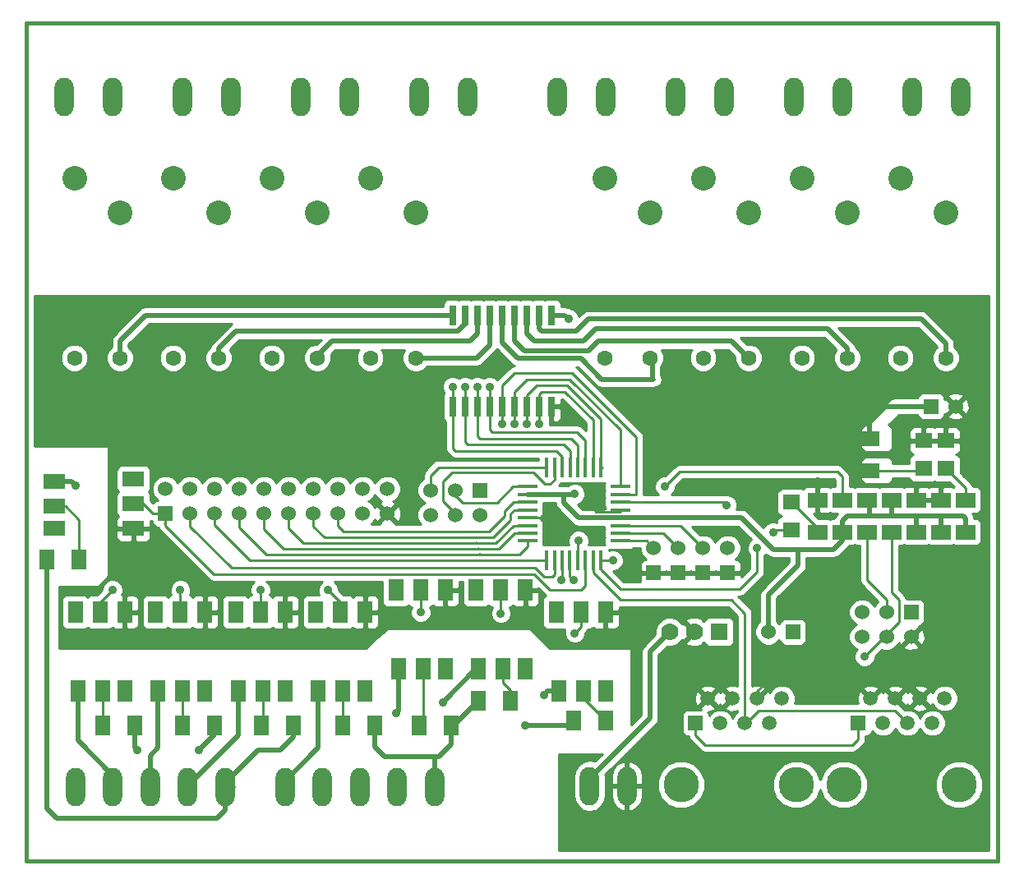
<source format=gtl>
G04 (created by PCBNEW (2013-mar-13)-testing) date mer. 01 mai 2013 21:42:49 CEST*
%MOIN*%
G04 Gerber Fmt 3.4, Leading zero omitted, Abs format*
%FSLAX34Y34*%
G01*
G70*
G90*
G04 APERTURE LIST*
%ADD10C,2.3622e-06*%
%ADD11C,0.015*%
%ADD12R,0.03X0.0787402*%
%ADD13R,0.06X0.06*%
%ADD14C,0.06*%
%ADD15R,0.0787X0.0177*%
%ADD16R,0.0177X0.0787*%
%ADD17R,0.062X0.09*%
%ADD18O,0.078X0.156*%
%ADD19R,0.0709X0.0629*%
%ADD20C,0.1437*%
%ADD21R,0.0591X0.0591*%
%ADD22C,0.0591*%
%ADD23R,0.06X0.08*%
%ADD24R,0.08X0.06*%
%ADD25R,0.09X0.062*%
%ADD26C,0.07*%
%ADD27R,0.07X0.07*%
%ADD28C,0.063*%
%ADD29C,0.1*%
%ADD30C,0.035*%
%ADD31C,0.0197*%
%ADD32C,0.01*%
G04 APERTURE END LIST*
G54D10*
G54D11*
X71500Y-62000D02*
X110900Y-62000D01*
X71500Y-28000D02*
X110900Y-28000D01*
X110900Y-28000D02*
X110800Y-28000D01*
X110900Y-62000D02*
X110900Y-28000D01*
X71500Y-62000D02*
X71500Y-28000D01*
G54D12*
X88800Y-43550D03*
X89300Y-43550D03*
X89800Y-43550D03*
X90300Y-43550D03*
X90800Y-43550D03*
X91300Y-43550D03*
X91800Y-43550D03*
X92300Y-43550D03*
X92800Y-43550D03*
X92800Y-39850D03*
X92300Y-39850D03*
X91800Y-39850D03*
X88800Y-39849D03*
X89300Y-39850D03*
X89800Y-39850D03*
X90300Y-39850D03*
X90800Y-39850D03*
X91300Y-39850D03*
G54D13*
X77150Y-47900D03*
G54D14*
X77150Y-46900D03*
X78150Y-47900D03*
X78150Y-46900D03*
X79150Y-47900D03*
X79150Y-46900D03*
X80150Y-47900D03*
X80150Y-46900D03*
X81150Y-47900D03*
X81150Y-46900D03*
X82150Y-47900D03*
X82150Y-46900D03*
X83150Y-47900D03*
X83150Y-46900D03*
X84150Y-47900D03*
X84150Y-46900D03*
X85150Y-47900D03*
X85150Y-46900D03*
X86150Y-47900D03*
X86150Y-46900D03*
G54D13*
X102600Y-52700D03*
G54D14*
X101600Y-52700D03*
G54D15*
X95596Y-46807D03*
X95596Y-47122D03*
X95596Y-47437D03*
X95596Y-47752D03*
X95596Y-48067D03*
X95596Y-48382D03*
X95596Y-48697D03*
X95596Y-49012D03*
X91830Y-49010D03*
X91830Y-46800D03*
X91830Y-47120D03*
X91830Y-47440D03*
X91830Y-47750D03*
X91830Y-48070D03*
X91830Y-48380D03*
X91830Y-48700D03*
G54D16*
X94812Y-49800D03*
X94498Y-49800D03*
X94182Y-49800D03*
X93868Y-49800D03*
X93552Y-49800D03*
X93238Y-49800D03*
X92922Y-49800D03*
X92608Y-49800D03*
X94810Y-46020D03*
X94500Y-46020D03*
X94180Y-46020D03*
X93870Y-46020D03*
X93560Y-46020D03*
X93240Y-46020D03*
X92920Y-46020D03*
X92600Y-46020D03*
G54D17*
X89850Y-54200D03*
X90850Y-54200D03*
X91750Y-54200D03*
X91750Y-51000D03*
X90750Y-51000D03*
X89750Y-51000D03*
X93100Y-55100D03*
X94100Y-55100D03*
X95000Y-55100D03*
X95000Y-51900D03*
X94000Y-51900D03*
X93000Y-51900D03*
X86600Y-54200D03*
X87600Y-54200D03*
X88500Y-54200D03*
X88500Y-51000D03*
X87500Y-51000D03*
X86500Y-51000D03*
X83350Y-55100D03*
X84350Y-55100D03*
X85250Y-55100D03*
X85250Y-51900D03*
X84250Y-51900D03*
X83250Y-51900D03*
X80100Y-55100D03*
X81100Y-55100D03*
X82000Y-55100D03*
X82000Y-51900D03*
X81000Y-51900D03*
X80000Y-51900D03*
X76850Y-55100D03*
X77850Y-55100D03*
X78750Y-55100D03*
X78750Y-51900D03*
X77750Y-51900D03*
X76750Y-51900D03*
X73600Y-55100D03*
X74600Y-55100D03*
X75500Y-55100D03*
X75500Y-51900D03*
X74500Y-51900D03*
X73500Y-51900D03*
G54D18*
X82000Y-59000D03*
X83515Y-59000D03*
X85031Y-59000D03*
X86547Y-59000D03*
X88062Y-59000D03*
X73500Y-59000D03*
X75015Y-59000D03*
X76531Y-59000D03*
X78047Y-59000D03*
X79562Y-59000D03*
G54D13*
X107400Y-51900D03*
G54D14*
X107400Y-52900D03*
X106400Y-51900D03*
X106400Y-52900D03*
X105400Y-51900D03*
X105400Y-52900D03*
G54D19*
X108800Y-46059D03*
X108800Y-44941D03*
X107900Y-46059D03*
X107900Y-44941D03*
X102550Y-48559D03*
X102550Y-47441D03*
G54D18*
X89390Y-31000D03*
X87420Y-31000D03*
X84590Y-31000D03*
X82620Y-31000D03*
X79790Y-31000D03*
X77820Y-31000D03*
X94990Y-31000D03*
X93020Y-31000D03*
X74990Y-31000D03*
X73020Y-31000D03*
X99790Y-31000D03*
X97820Y-31000D03*
X109390Y-31000D03*
X107420Y-31000D03*
X104590Y-31000D03*
X102620Y-31000D03*
G54D13*
X99950Y-50300D03*
G54D14*
X99950Y-49300D03*
G54D13*
X98950Y-50300D03*
G54D14*
X98950Y-49300D03*
G54D13*
X96950Y-50300D03*
G54D14*
X96950Y-49300D03*
G54D13*
X108200Y-43550D03*
G54D14*
X109200Y-43550D03*
G54D13*
X97950Y-50300D03*
G54D14*
X97950Y-49300D03*
G54D20*
X102738Y-58900D03*
X98065Y-58900D03*
G54D21*
X98650Y-56400D03*
G54D22*
X99150Y-55400D03*
X99650Y-56400D03*
X100150Y-55400D03*
X100650Y-56400D03*
X101150Y-55400D03*
X101650Y-56400D03*
X102150Y-55400D03*
G54D20*
X109338Y-58900D03*
X104665Y-58900D03*
G54D21*
X105250Y-56400D03*
G54D22*
X105750Y-55400D03*
X106250Y-56400D03*
X106750Y-55400D03*
X107250Y-56400D03*
X107750Y-55400D03*
X108250Y-56400D03*
X108750Y-55400D03*
G54D23*
X84350Y-56500D03*
X85650Y-56500D03*
G54D24*
X104600Y-48650D03*
X104600Y-47350D03*
X103600Y-48650D03*
X103600Y-47350D03*
X108600Y-48650D03*
X108600Y-47350D03*
X107600Y-48650D03*
X107600Y-47350D03*
X105700Y-44850D03*
X105700Y-46150D03*
G54D23*
X77850Y-56500D03*
X79150Y-56500D03*
G54D24*
X109600Y-48650D03*
X109600Y-47350D03*
G54D23*
X74600Y-56500D03*
X75900Y-56500D03*
X81050Y-56500D03*
X82350Y-56500D03*
X95000Y-56300D03*
X93700Y-56300D03*
X87450Y-56500D03*
X88750Y-56500D03*
X91150Y-55500D03*
X89850Y-55500D03*
G54D13*
X89900Y-46950D03*
G54D14*
X89900Y-47950D03*
X88900Y-46950D03*
X88900Y-47950D03*
X87900Y-46950D03*
X87900Y-47950D03*
G54D25*
X72650Y-46600D03*
X72650Y-47600D03*
X72650Y-48500D03*
X75850Y-48500D03*
X75850Y-47500D03*
X75850Y-46500D03*
G54D23*
X73650Y-49750D03*
X72350Y-49750D03*
G54D26*
X97600Y-52700D03*
X98600Y-52700D03*
G54D27*
X99600Y-52700D03*
G54D24*
X106600Y-47350D03*
X106600Y-48650D03*
X105600Y-47350D03*
X105600Y-48650D03*
G54D28*
X73453Y-41587D03*
X75303Y-41587D03*
G54D29*
X75303Y-35681D03*
X73453Y-34303D03*
G54D28*
X77453Y-41587D03*
X79303Y-41587D03*
G54D29*
X79303Y-35681D03*
X77453Y-34303D03*
G54D28*
X81453Y-41587D03*
X83303Y-41587D03*
G54D29*
X83303Y-35681D03*
X81453Y-34303D03*
G54D28*
X85453Y-41587D03*
X87303Y-41587D03*
G54D29*
X87303Y-35681D03*
X85453Y-34303D03*
G54D28*
X94953Y-41587D03*
X96803Y-41587D03*
G54D29*
X96803Y-35681D03*
X94953Y-34303D03*
G54D28*
X98953Y-41587D03*
X100803Y-41587D03*
G54D29*
X100803Y-35681D03*
X98953Y-34303D03*
G54D28*
X102953Y-41587D03*
X104803Y-41587D03*
G54D29*
X104803Y-35681D03*
X102953Y-34303D03*
G54D28*
X106953Y-41587D03*
X108803Y-41587D03*
G54D29*
X108803Y-35681D03*
X106953Y-34303D03*
G54D18*
X94350Y-58950D03*
X95865Y-58950D03*
G54D30*
X93500Y-40000D03*
X93750Y-47100D03*
X99900Y-47550D03*
X75000Y-51000D03*
X77750Y-51000D03*
X81000Y-51000D03*
X83750Y-51000D03*
X87500Y-51900D03*
X90750Y-51950D03*
X93750Y-52750D03*
X78500Y-57500D03*
X76000Y-57500D03*
X91750Y-56500D03*
X103600Y-46600D03*
X92500Y-48100D03*
X94400Y-47600D03*
X93500Y-43900D03*
X73500Y-46750D03*
X86500Y-56000D03*
X88400Y-55550D03*
X92500Y-55250D03*
X95300Y-49800D03*
X101150Y-49300D03*
X101800Y-48650D03*
X88800Y-42750D03*
X89300Y-42750D03*
X89800Y-42750D03*
X90300Y-42750D03*
X90800Y-44250D03*
X91300Y-44250D03*
X91800Y-44250D03*
X92300Y-44250D03*
X97400Y-46800D03*
X93900Y-49000D03*
X93700Y-50600D03*
X105500Y-53700D03*
X93200Y-50600D03*
G54D31*
X106750Y-43550D02*
X106350Y-43550D01*
X108200Y-43550D02*
X106750Y-43550D01*
X105700Y-44200D02*
X105700Y-44850D01*
X106350Y-43550D02*
X105700Y-44200D01*
X94350Y-58950D02*
X94350Y-58650D01*
X96800Y-53500D02*
X97600Y-52700D01*
X96800Y-55700D02*
X96800Y-53500D01*
X96800Y-56200D02*
X96800Y-55700D01*
X94350Y-58650D02*
X96800Y-56200D01*
X92800Y-39850D02*
X93350Y-39850D01*
X93350Y-39850D02*
X93500Y-40000D01*
X105700Y-48000D02*
X105700Y-47450D01*
X105700Y-47450D02*
X105600Y-47350D01*
X104600Y-48650D02*
X104600Y-48200D01*
X104800Y-48000D02*
X105700Y-48000D01*
X105700Y-48000D02*
X106700Y-48000D01*
X104600Y-48200D02*
X104800Y-48000D01*
X101600Y-52700D02*
X101600Y-51200D01*
X102800Y-50000D02*
X102800Y-49350D01*
X101600Y-51200D02*
X102800Y-50000D01*
X106600Y-48000D02*
X106600Y-47700D01*
X106700Y-48000D02*
X106600Y-48000D01*
X106600Y-47700D02*
X106600Y-47350D01*
X106900Y-48000D02*
X106700Y-48000D01*
X106900Y-48000D02*
X107600Y-48000D01*
X107600Y-48650D02*
X107600Y-48000D01*
X108600Y-48650D02*
X108600Y-48000D01*
X109600Y-48100D02*
X109600Y-48650D01*
X109500Y-48000D02*
X109600Y-48100D01*
X107600Y-48000D02*
X108600Y-48000D01*
X108600Y-48000D02*
X109500Y-48000D01*
X101800Y-49350D02*
X102800Y-49350D01*
X95596Y-48067D02*
X100517Y-48067D01*
X100517Y-48067D02*
X101800Y-49350D01*
X102800Y-49350D02*
X104250Y-49350D01*
X104250Y-49350D02*
X104600Y-49000D01*
X104600Y-49000D02*
X104600Y-48650D01*
X93770Y-47120D02*
X93300Y-47120D01*
X93750Y-47100D02*
X93750Y-47120D01*
X93750Y-47120D02*
X93770Y-47120D01*
X93300Y-47120D02*
X93300Y-47450D01*
X93300Y-47450D02*
X93917Y-48067D01*
X93917Y-48067D02*
X94717Y-48067D01*
X94717Y-48067D02*
X95596Y-48067D01*
X91830Y-47120D02*
X93300Y-47120D01*
G54D32*
X95600Y-51400D02*
X100100Y-51400D01*
X94498Y-50298D02*
X95600Y-51400D01*
X94498Y-49800D02*
X94498Y-50298D01*
X100650Y-51950D02*
X100650Y-56400D01*
X100100Y-51400D02*
X100650Y-51950D01*
X100650Y-56400D02*
X100700Y-56400D01*
X106750Y-55900D02*
X107250Y-56400D01*
X101200Y-55900D02*
X106750Y-55900D01*
X100700Y-56400D02*
X101200Y-55900D01*
X95596Y-49012D02*
X96662Y-49012D01*
X96662Y-49012D02*
X96950Y-49300D01*
X95596Y-48697D02*
X97347Y-48697D01*
X97347Y-48697D02*
X97950Y-49300D01*
X95596Y-48382D02*
X98032Y-48382D01*
X98032Y-48382D02*
X98950Y-49300D01*
X95596Y-48382D02*
X96018Y-48382D01*
X95596Y-47437D02*
X99787Y-47437D01*
X99787Y-47437D02*
X99900Y-47550D01*
X91750Y-50350D02*
X92100Y-50350D01*
X81375Y-50350D02*
X90950Y-50350D01*
X90950Y-50350D02*
X91750Y-50350D01*
X92100Y-50350D02*
X92750Y-51000D01*
X75850Y-47500D02*
X76250Y-47500D01*
X76650Y-47900D02*
X77150Y-47900D01*
X76250Y-47500D02*
X76650Y-47900D01*
X94000Y-51000D02*
X94182Y-50818D01*
X93650Y-51000D02*
X94000Y-51000D01*
X92750Y-51000D02*
X93650Y-51000D01*
X94182Y-49800D02*
X94182Y-50468D01*
X94182Y-50818D02*
X94182Y-50468D01*
X77150Y-48300D02*
X77100Y-48300D01*
X77100Y-48300D02*
X77150Y-48300D01*
X81375Y-50350D02*
X79100Y-50350D01*
X77150Y-48400D02*
X77150Y-48300D01*
X77150Y-48300D02*
X77150Y-47900D01*
X79100Y-50350D02*
X77150Y-48400D01*
X81375Y-50350D02*
X81350Y-50350D01*
X91050Y-50100D02*
X92150Y-50100D01*
X92922Y-50372D02*
X92844Y-50450D01*
X92922Y-49800D02*
X92922Y-50372D01*
X91050Y-50100D02*
X79825Y-50100D01*
X79825Y-50100D02*
X78150Y-48425D01*
X78150Y-48425D02*
X78150Y-47900D01*
X92500Y-50450D02*
X92844Y-50450D01*
X92150Y-50100D02*
X92500Y-50450D01*
X74500Y-51900D02*
X74500Y-51500D01*
X74500Y-51500D02*
X75000Y-51000D01*
X77750Y-51900D02*
X77750Y-51000D01*
X92608Y-49800D02*
X91808Y-49800D01*
X80575Y-49800D02*
X91808Y-49800D01*
X79150Y-48375D02*
X80575Y-49800D01*
X79150Y-48375D02*
X79150Y-47900D01*
X81000Y-51900D02*
X81000Y-51000D01*
X89800Y-49550D02*
X89875Y-49550D01*
X89100Y-49550D02*
X81250Y-49550D01*
X81250Y-49550D02*
X80150Y-48450D01*
X80150Y-47900D02*
X80150Y-48450D01*
X89800Y-49550D02*
X89100Y-49550D01*
X89900Y-49525D02*
X89900Y-49550D01*
X89875Y-49550D02*
X89900Y-49525D01*
X89900Y-49550D02*
X89900Y-49550D01*
X89900Y-49550D02*
X91500Y-49550D01*
X91830Y-49220D02*
X91830Y-49010D01*
X91500Y-49550D02*
X91830Y-49220D01*
X84250Y-51900D02*
X84250Y-51500D01*
X84250Y-51500D02*
X83750Y-51000D01*
X89000Y-49325D02*
X89825Y-49325D01*
X89825Y-49325D02*
X89825Y-49300D01*
X89825Y-49300D02*
X89825Y-49325D01*
X90550Y-49325D02*
X90675Y-49325D01*
X91300Y-48700D02*
X91830Y-48700D01*
X91300Y-48700D02*
X90675Y-49325D01*
X89825Y-49325D02*
X90550Y-49325D01*
X89000Y-49325D02*
X89000Y-49325D01*
X89000Y-49325D02*
X81950Y-49325D01*
X81950Y-49325D02*
X81150Y-48525D01*
X81150Y-47900D02*
X81150Y-48525D01*
X89800Y-49325D02*
X89825Y-49325D01*
X87500Y-51900D02*
X87500Y-51000D01*
X87500Y-51250D02*
X87250Y-51000D01*
X88900Y-49100D02*
X89725Y-49100D01*
X89725Y-49100D02*
X89725Y-49075D01*
X89725Y-49075D02*
X89725Y-49100D01*
X89725Y-49100D02*
X89725Y-49100D01*
X89725Y-49100D02*
X90550Y-49100D01*
X90550Y-49100D02*
X91270Y-48380D01*
X91270Y-48380D02*
X91830Y-48380D01*
X88925Y-49100D02*
X88900Y-49100D01*
X88900Y-49100D02*
X82750Y-49100D01*
X82750Y-49100D02*
X82150Y-48500D01*
X82150Y-47900D02*
X82150Y-48500D01*
X90750Y-51950D02*
X90750Y-51000D01*
X90750Y-51250D02*
X90500Y-51000D01*
X90175Y-48875D02*
X90425Y-48875D01*
X89600Y-48875D02*
X90175Y-48875D01*
X88800Y-48875D02*
X83600Y-48875D01*
X83600Y-48875D02*
X83150Y-48425D01*
X83150Y-47900D02*
X83150Y-48425D01*
X91300Y-47750D02*
X91830Y-47750D01*
X88800Y-48875D02*
X89600Y-48875D01*
X91150Y-47900D02*
X91300Y-47750D01*
X91150Y-48150D02*
X91150Y-47900D01*
X90425Y-48875D02*
X91150Y-48150D01*
X94000Y-51900D02*
X94000Y-52500D01*
X94000Y-52500D02*
X93750Y-52750D01*
X91830Y-47440D02*
X91260Y-47440D01*
X90900Y-47800D02*
X91200Y-47500D01*
X90900Y-48000D02*
X90900Y-47800D01*
X90275Y-48625D02*
X90900Y-48000D01*
X90275Y-48625D02*
X90000Y-48625D01*
X91260Y-47440D02*
X91200Y-47500D01*
X84150Y-47900D02*
X84150Y-48400D01*
X89525Y-48625D02*
X90000Y-48625D01*
X88750Y-48625D02*
X89525Y-48625D01*
X88725Y-48625D02*
X88750Y-48625D01*
X84375Y-48625D02*
X88725Y-48625D01*
X84150Y-48400D02*
X84375Y-48625D01*
X90000Y-48625D02*
X90025Y-48625D01*
G54D31*
X79562Y-59000D02*
X79562Y-58837D01*
X82350Y-56950D02*
X82350Y-56500D01*
X81800Y-57500D02*
X82350Y-56950D01*
X80900Y-57500D02*
X81800Y-57500D01*
X79562Y-58837D02*
X80900Y-57500D01*
X72350Y-49750D02*
X72350Y-59850D01*
X79562Y-59937D02*
X79562Y-59000D01*
X79250Y-60250D02*
X79562Y-59937D01*
X72750Y-60250D02*
X79250Y-60250D01*
X72350Y-59850D02*
X72750Y-60250D01*
X79562Y-59000D02*
X79900Y-59000D01*
X79150Y-56500D02*
X79150Y-56850D01*
X79150Y-56850D02*
X78500Y-57500D01*
X75900Y-56500D02*
X75900Y-57400D01*
X75900Y-57400D02*
X76000Y-57500D01*
X88750Y-56500D02*
X88850Y-56500D01*
X88850Y-56500D02*
X89850Y-55500D01*
X88750Y-56500D02*
X88750Y-56350D01*
X91750Y-56500D02*
X93500Y-56500D01*
X93500Y-56500D02*
X93700Y-56300D01*
X85650Y-56500D02*
X85650Y-57350D01*
X86050Y-57750D02*
X88062Y-57750D01*
X85650Y-57350D02*
X86050Y-57750D01*
X88062Y-59000D02*
X88062Y-57750D01*
X88100Y-57800D02*
X88100Y-57750D01*
X88100Y-57787D02*
X88100Y-57800D01*
X88062Y-57750D02*
X88100Y-57787D01*
X88000Y-58937D02*
X88062Y-59000D01*
X88100Y-57750D02*
X88250Y-57750D01*
X88250Y-57750D02*
X88750Y-57250D01*
X88750Y-57250D02*
X88750Y-56500D01*
G54D32*
X107750Y-55400D02*
X107750Y-55200D01*
X101150Y-55100D02*
X101500Y-54750D01*
X101500Y-54750D02*
X107100Y-54750D01*
X101150Y-55100D02*
X101150Y-55400D01*
X107300Y-54750D02*
X107100Y-54750D01*
X107750Y-55200D02*
X107300Y-54750D01*
X103600Y-47350D02*
X103600Y-46600D01*
X92470Y-48070D02*
X91830Y-48070D01*
X92500Y-48100D02*
X92470Y-48070D01*
X92800Y-43550D02*
X93150Y-43550D01*
X95596Y-47818D02*
X95596Y-47752D01*
X94618Y-47818D02*
X95596Y-47818D01*
X94400Y-47600D02*
X94618Y-47818D01*
X93150Y-43550D02*
X93500Y-43900D01*
G54D31*
X72650Y-46600D02*
X73350Y-46600D01*
X73350Y-46600D02*
X73500Y-46750D01*
X75015Y-59000D02*
X75015Y-58515D01*
X73600Y-57100D02*
X73600Y-55100D01*
X75015Y-58515D02*
X73600Y-57100D01*
X76531Y-59000D02*
X76531Y-57718D01*
X76850Y-57400D02*
X76850Y-55100D01*
X76531Y-57718D02*
X76850Y-57400D01*
X78047Y-59000D02*
X78047Y-58952D01*
X80100Y-56900D02*
X80100Y-55100D01*
X78047Y-58952D02*
X80100Y-56900D01*
X82000Y-59000D02*
X82000Y-58750D01*
X83350Y-57400D02*
X83350Y-55100D01*
X82000Y-58750D02*
X83350Y-57400D01*
X86600Y-55150D02*
X86600Y-54200D01*
X86600Y-55900D02*
X86600Y-55150D01*
X86600Y-55150D02*
X86600Y-55100D01*
X86500Y-56000D02*
X86600Y-55900D01*
X89850Y-54200D02*
X89750Y-54200D01*
X89750Y-54200D02*
X88400Y-55550D01*
X93100Y-55100D02*
X92650Y-55100D01*
X92650Y-55100D02*
X92500Y-55250D01*
G54D32*
X95300Y-49800D02*
X94812Y-49800D01*
X94812Y-49800D02*
X94812Y-50162D01*
X94812Y-50162D02*
X95600Y-50950D01*
X95600Y-50950D02*
X100450Y-50950D01*
X100450Y-50950D02*
X101150Y-50250D01*
X101150Y-50250D02*
X101150Y-49300D01*
X101800Y-48650D02*
X101891Y-48559D01*
X101891Y-48559D02*
X102550Y-48559D01*
X87900Y-46950D02*
X87900Y-46350D01*
X88230Y-46020D02*
X92600Y-46020D01*
X87900Y-46350D02*
X88230Y-46020D01*
X88900Y-47950D02*
X88900Y-47900D01*
X92920Y-46530D02*
X92920Y-46020D01*
X92750Y-46700D02*
X92920Y-46530D01*
X92550Y-46700D02*
X92750Y-46700D01*
X92070Y-46220D02*
X92550Y-46700D01*
X88779Y-46220D02*
X92070Y-46220D01*
X88400Y-46600D02*
X88779Y-46220D01*
X88400Y-47400D02*
X88400Y-46600D01*
X88900Y-47900D02*
X88400Y-47400D01*
X90850Y-54200D02*
X90850Y-54750D01*
X91150Y-55050D02*
X91150Y-55500D01*
X90850Y-54750D02*
X91150Y-55050D01*
X94100Y-55100D02*
X94100Y-55400D01*
X94100Y-55400D02*
X95000Y-56300D01*
X94150Y-55150D02*
X94100Y-55100D01*
X84350Y-55100D02*
X84350Y-56500D01*
X84250Y-55200D02*
X84350Y-55100D01*
X81100Y-55100D02*
X81100Y-56450D01*
X81100Y-56450D02*
X81050Y-56500D01*
X87600Y-54200D02*
X87600Y-55100D01*
X87600Y-56350D02*
X87450Y-56500D01*
X87600Y-55100D02*
X87600Y-56350D01*
X103600Y-48650D02*
X103600Y-48491D01*
X103600Y-48491D02*
X102550Y-47441D01*
X73650Y-49750D02*
X73650Y-48150D01*
X73100Y-47600D02*
X72650Y-47600D01*
X73650Y-48150D02*
X73100Y-47600D01*
X74600Y-56500D02*
X74600Y-55100D01*
X77850Y-56500D02*
X77850Y-55100D01*
X105700Y-46150D02*
X107809Y-46150D01*
X107809Y-46150D02*
X107900Y-46059D01*
X107809Y-46150D02*
X107900Y-46059D01*
X109600Y-47350D02*
X109600Y-46859D01*
X109600Y-46859D02*
X108800Y-46059D01*
X88800Y-42750D02*
X88800Y-43550D01*
X89100Y-45350D02*
X88900Y-45350D01*
X89100Y-45350D02*
X93000Y-45350D01*
X93000Y-45350D02*
X93240Y-45590D01*
X93240Y-46020D02*
X93240Y-45590D01*
X88800Y-45050D02*
X88800Y-43550D01*
X88800Y-45250D02*
X88800Y-45050D01*
X88900Y-45350D02*
X88800Y-45250D01*
X89300Y-43550D02*
X89300Y-42750D01*
X89550Y-45100D02*
X89400Y-45100D01*
X89300Y-44900D02*
X89300Y-43550D01*
X89300Y-45000D02*
X89300Y-44900D01*
X89400Y-45100D02*
X89300Y-45000D01*
X93560Y-45360D02*
X93560Y-46020D01*
X93300Y-45100D02*
X93560Y-45360D01*
X89500Y-45100D02*
X89550Y-45100D01*
X89550Y-45100D02*
X93300Y-45100D01*
X89800Y-42750D02*
X89800Y-43550D01*
X90050Y-44850D02*
X89900Y-44850D01*
X90050Y-44850D02*
X93600Y-44850D01*
X93600Y-44850D02*
X93870Y-45120D01*
X93870Y-46020D02*
X93870Y-45120D01*
X89800Y-44600D02*
X89800Y-43550D01*
X89800Y-44750D02*
X89800Y-44600D01*
X89900Y-44850D02*
X89800Y-44750D01*
X90300Y-42750D02*
X90300Y-43550D01*
X90400Y-44600D02*
X90550Y-44600D01*
X90300Y-44500D02*
X90400Y-44600D01*
X90300Y-44350D02*
X90300Y-44500D01*
X90550Y-44600D02*
X93850Y-44600D01*
X93850Y-44600D02*
X94180Y-44930D01*
X94180Y-46020D02*
X94180Y-44930D01*
X90300Y-44350D02*
X90300Y-43550D01*
X96228Y-47122D02*
X96250Y-47100D01*
X96250Y-47100D02*
X96250Y-44800D01*
X90800Y-44250D02*
X90800Y-43550D01*
X95596Y-47122D02*
X96228Y-47122D01*
X96250Y-44800D02*
X93650Y-42200D01*
X93650Y-42200D02*
X91300Y-42200D01*
X91300Y-42200D02*
X90800Y-42700D01*
X90800Y-42700D02*
X90800Y-43550D01*
X91300Y-43550D02*
X91300Y-44250D01*
X91300Y-43550D02*
X91300Y-42950D01*
X95596Y-44496D02*
X95596Y-46807D01*
X93550Y-42450D02*
X95596Y-44496D01*
X91800Y-42450D02*
X93550Y-42450D01*
X91300Y-42950D02*
X91800Y-42450D01*
X91800Y-43550D02*
X91800Y-44250D01*
X91800Y-43550D02*
X91800Y-43100D01*
X94810Y-44060D02*
X94810Y-46020D01*
X93450Y-42700D02*
X94810Y-44060D01*
X92200Y-42700D02*
X93450Y-42700D01*
X91800Y-43100D02*
X92200Y-42700D01*
X94810Y-46020D02*
X94880Y-46020D01*
X92300Y-43550D02*
X92300Y-44250D01*
X92300Y-43550D02*
X92300Y-43050D01*
X94500Y-44100D02*
X94500Y-46020D01*
X93350Y-42950D02*
X94500Y-44100D01*
X92400Y-42950D02*
X93350Y-42950D01*
X92300Y-43050D02*
X92400Y-42950D01*
G54D31*
X88800Y-39849D02*
X76350Y-39849D01*
X75303Y-40897D02*
X75303Y-41587D01*
X76350Y-39849D02*
X75303Y-40897D01*
X89300Y-39850D02*
X89300Y-40200D01*
X79303Y-41197D02*
X79303Y-41587D01*
X80000Y-40500D02*
X79303Y-41197D01*
X89000Y-40500D02*
X80000Y-40500D01*
X89300Y-40200D02*
X89000Y-40500D01*
X83303Y-41587D02*
X83303Y-41497D01*
X89800Y-40600D02*
X89600Y-40800D01*
X89800Y-40600D02*
X89800Y-39850D01*
X89500Y-40900D02*
X89600Y-40800D01*
X83900Y-40900D02*
X89500Y-40900D01*
X83303Y-41497D02*
X83900Y-40900D01*
X87303Y-41587D02*
X89763Y-41587D01*
X90300Y-41050D02*
X89763Y-41587D01*
X90300Y-41050D02*
X90300Y-39850D01*
X94000Y-41600D02*
X91450Y-41600D01*
X96900Y-42450D02*
X96900Y-41684D01*
X96900Y-41684D02*
X96803Y-41587D01*
X90800Y-40950D02*
X90800Y-39850D01*
X91450Y-41600D02*
X90800Y-40950D01*
X94850Y-42450D02*
X94000Y-41600D01*
X96950Y-42450D02*
X96900Y-42450D01*
X96900Y-42450D02*
X94850Y-42450D01*
X91300Y-39850D02*
X91300Y-40900D01*
X100116Y-40900D02*
X100803Y-41587D01*
X94700Y-40900D02*
X100116Y-40900D01*
X94300Y-41300D02*
X94700Y-40900D01*
X91700Y-41300D02*
X94300Y-41300D01*
X91300Y-40900D02*
X91700Y-41300D01*
X102900Y-40400D02*
X104000Y-40400D01*
X104100Y-40500D02*
X104803Y-41203D01*
X104097Y-40497D02*
X104100Y-40500D01*
X104803Y-41587D02*
X104803Y-41203D01*
X94600Y-40400D02*
X100500Y-40400D01*
X100500Y-40400D02*
X102900Y-40400D01*
X91800Y-40600D02*
X91800Y-39850D01*
X94100Y-40900D02*
X94502Y-40497D01*
X92100Y-40900D02*
X94100Y-40900D01*
X91800Y-40600D02*
X92100Y-40900D01*
X94502Y-40497D02*
X94600Y-40400D01*
X104000Y-40400D02*
X104097Y-40497D01*
X108000Y-40200D02*
X107800Y-40000D01*
X93800Y-40500D02*
X94300Y-40000D01*
X94300Y-40000D02*
X107800Y-40000D01*
X92300Y-40400D02*
X92300Y-39850D01*
X92300Y-40400D02*
X92400Y-40500D01*
X92400Y-40500D02*
X93800Y-40500D01*
X108000Y-40200D02*
X108000Y-40200D01*
X108000Y-40200D02*
X108803Y-41003D01*
X108803Y-41003D02*
X108803Y-41587D01*
G54D32*
X104600Y-47350D02*
X104600Y-46400D01*
X98000Y-46200D02*
X97400Y-46800D01*
X104400Y-46200D02*
X98000Y-46200D01*
X104600Y-46400D02*
X104400Y-46200D01*
X93868Y-49800D02*
X93868Y-49032D01*
X93868Y-49032D02*
X93900Y-49000D01*
X88900Y-46950D02*
X88900Y-47150D01*
X91250Y-46800D02*
X91830Y-46800D01*
X90600Y-47450D02*
X91250Y-46800D01*
X89200Y-47450D02*
X90600Y-47450D01*
X88900Y-47150D02*
X89200Y-47450D01*
X93552Y-49800D02*
X93552Y-50452D01*
X93552Y-50452D02*
X93700Y-50600D01*
X105600Y-48650D02*
X105600Y-50600D01*
X106400Y-51400D02*
X106400Y-51900D01*
X105600Y-50600D02*
X106400Y-51400D01*
X98650Y-56400D02*
X98650Y-56900D01*
X98650Y-56900D02*
X99050Y-57300D01*
X99050Y-57300D02*
X105000Y-57300D01*
X105000Y-57300D02*
X105250Y-57050D01*
X105250Y-57050D02*
X105250Y-56400D01*
X106300Y-52900D02*
X106400Y-52900D01*
X105500Y-53700D02*
X106300Y-52900D01*
X106400Y-52900D02*
X106400Y-52800D01*
X106400Y-52800D02*
X106900Y-52300D01*
X106900Y-52300D02*
X106900Y-51400D01*
X106900Y-51400D02*
X106600Y-51100D01*
X106600Y-51100D02*
X106600Y-48650D01*
X93238Y-49800D02*
X93238Y-50562D01*
X93238Y-50562D02*
X93200Y-50600D01*
G54D10*
G36*
X89976Y-47955D02*
X89905Y-48026D01*
X89900Y-48020D01*
X89894Y-48026D01*
X89823Y-47955D01*
X89829Y-47950D01*
X89823Y-47944D01*
X89894Y-47873D01*
X89900Y-47879D01*
X89905Y-47873D01*
X89976Y-47944D01*
X89970Y-47950D01*
X89976Y-47955D01*
X89976Y-47955D01*
G37*
G54D32*
X89976Y-47955D02*
X89905Y-48026D01*
X89900Y-48020D01*
X89894Y-48026D01*
X89823Y-47955D01*
X89829Y-47950D01*
X89823Y-47944D01*
X89894Y-47873D01*
X89900Y-47879D01*
X89905Y-47873D01*
X89976Y-47944D01*
X89970Y-47950D01*
X89976Y-47955D01*
G54D10*
G36*
X94200Y-44525D02*
X94062Y-44387D01*
X93964Y-44322D01*
X93850Y-44300D01*
X93200Y-44300D01*
X93200Y-43894D01*
X93200Y-43662D01*
X93137Y-43600D01*
X92850Y-43600D01*
X92850Y-44131D01*
X92912Y-44193D01*
X92999Y-44193D01*
X93091Y-44155D01*
X93161Y-44085D01*
X93199Y-43993D01*
X93200Y-43894D01*
X93200Y-44300D01*
X92724Y-44300D01*
X92725Y-44165D01*
X92722Y-44158D01*
X92750Y-44131D01*
X92750Y-43600D01*
X92742Y-43600D01*
X92742Y-43500D01*
X92750Y-43500D01*
X92750Y-43492D01*
X92850Y-43492D01*
X92850Y-43500D01*
X93137Y-43500D01*
X93200Y-43437D01*
X93200Y-43250D01*
X93225Y-43250D01*
X94200Y-44224D01*
X94200Y-44525D01*
X94200Y-44525D01*
G37*
G54D32*
X94200Y-44525D02*
X94062Y-44387D01*
X93964Y-44322D01*
X93850Y-44300D01*
X93200Y-44300D01*
X93200Y-43894D01*
X93200Y-43662D01*
X93137Y-43600D01*
X92850Y-43600D01*
X92850Y-44131D01*
X92912Y-44193D01*
X92999Y-44193D01*
X93091Y-44155D01*
X93161Y-44085D01*
X93199Y-43993D01*
X93200Y-43894D01*
X93200Y-44300D01*
X92724Y-44300D01*
X92725Y-44165D01*
X92722Y-44158D01*
X92750Y-44131D01*
X92750Y-43600D01*
X92742Y-43600D01*
X92742Y-43500D01*
X92750Y-43500D01*
X92750Y-43492D01*
X92850Y-43492D01*
X92850Y-43500D01*
X93137Y-43500D01*
X93200Y-43437D01*
X93200Y-43250D01*
X93225Y-43250D01*
X94200Y-44224D01*
X94200Y-44525D01*
G54D10*
G36*
X94960Y-48854D02*
X94952Y-48873D01*
X94952Y-48973D01*
X94952Y-49150D01*
X94956Y-49158D01*
X94950Y-49156D01*
X94850Y-49156D01*
X94673Y-49156D01*
X94655Y-49164D01*
X94636Y-49156D01*
X94536Y-49156D01*
X94359Y-49156D01*
X94340Y-49164D01*
X94320Y-49156D01*
X94295Y-49156D01*
X94324Y-49084D01*
X94325Y-48915D01*
X94260Y-48759D01*
X94141Y-48639D01*
X93984Y-48575D01*
X93815Y-48574D01*
X93659Y-48639D01*
X93539Y-48758D01*
X93475Y-48915D01*
X93474Y-49084D01*
X93504Y-49156D01*
X93413Y-49156D01*
X93395Y-49164D01*
X93376Y-49156D01*
X93276Y-49156D01*
X93099Y-49156D01*
X93080Y-49164D01*
X93060Y-49156D01*
X92960Y-49156D01*
X92783Y-49156D01*
X92765Y-49164D01*
X92746Y-49156D01*
X92646Y-49156D01*
X92470Y-49156D01*
X92473Y-49148D01*
X92473Y-49048D01*
X92473Y-48871D01*
X92466Y-48855D01*
X92473Y-48838D01*
X92473Y-48738D01*
X92473Y-48561D01*
X92464Y-48540D01*
X92473Y-48518D01*
X92473Y-48418D01*
X92473Y-48241D01*
X92466Y-48225D01*
X92473Y-48208D01*
X92473Y-48176D01*
X92411Y-48114D01*
X92399Y-48114D01*
X92365Y-48079D01*
X92329Y-48065D01*
X92364Y-48050D01*
X92389Y-48025D01*
X92411Y-48025D01*
X92473Y-47963D01*
X92473Y-47931D01*
X92464Y-47910D01*
X92473Y-47888D01*
X92473Y-47788D01*
X92473Y-47611D01*
X92466Y-47595D01*
X92473Y-47578D01*
X92473Y-47478D01*
X92473Y-47468D01*
X92955Y-47468D01*
X92978Y-47583D01*
X93053Y-47696D01*
X93670Y-48313D01*
X93783Y-48388D01*
X93783Y-48388D01*
X93917Y-48415D01*
X94717Y-48415D01*
X94952Y-48415D01*
X94952Y-48520D01*
X94960Y-48539D01*
X94952Y-48558D01*
X94952Y-48658D01*
X94952Y-48835D01*
X94960Y-48854D01*
X94960Y-48854D01*
G37*
G54D32*
X94960Y-48854D02*
X94952Y-48873D01*
X94952Y-48973D01*
X94952Y-49150D01*
X94956Y-49158D01*
X94950Y-49156D01*
X94850Y-49156D01*
X94673Y-49156D01*
X94655Y-49164D01*
X94636Y-49156D01*
X94536Y-49156D01*
X94359Y-49156D01*
X94340Y-49164D01*
X94320Y-49156D01*
X94295Y-49156D01*
X94324Y-49084D01*
X94325Y-48915D01*
X94260Y-48759D01*
X94141Y-48639D01*
X93984Y-48575D01*
X93815Y-48574D01*
X93659Y-48639D01*
X93539Y-48758D01*
X93475Y-48915D01*
X93474Y-49084D01*
X93504Y-49156D01*
X93413Y-49156D01*
X93395Y-49164D01*
X93376Y-49156D01*
X93276Y-49156D01*
X93099Y-49156D01*
X93080Y-49164D01*
X93060Y-49156D01*
X92960Y-49156D01*
X92783Y-49156D01*
X92765Y-49164D01*
X92746Y-49156D01*
X92646Y-49156D01*
X92470Y-49156D01*
X92473Y-49148D01*
X92473Y-49048D01*
X92473Y-48871D01*
X92466Y-48855D01*
X92473Y-48838D01*
X92473Y-48738D01*
X92473Y-48561D01*
X92464Y-48540D01*
X92473Y-48518D01*
X92473Y-48418D01*
X92473Y-48241D01*
X92466Y-48225D01*
X92473Y-48208D01*
X92473Y-48176D01*
X92411Y-48114D01*
X92399Y-48114D01*
X92365Y-48079D01*
X92329Y-48065D01*
X92364Y-48050D01*
X92389Y-48025D01*
X92411Y-48025D01*
X92473Y-47963D01*
X92473Y-47931D01*
X92464Y-47910D01*
X92473Y-47888D01*
X92473Y-47788D01*
X92473Y-47611D01*
X92466Y-47595D01*
X92473Y-47578D01*
X92473Y-47478D01*
X92473Y-47468D01*
X92955Y-47468D01*
X92978Y-47583D01*
X93053Y-47696D01*
X93670Y-48313D01*
X93783Y-48388D01*
X93783Y-48388D01*
X93917Y-48415D01*
X94717Y-48415D01*
X94952Y-48415D01*
X94952Y-48520D01*
X94960Y-48539D01*
X94952Y-48558D01*
X94952Y-48658D01*
X94952Y-48835D01*
X94960Y-48854D01*
G54D10*
G36*
X95009Y-47701D02*
X94952Y-47701D01*
X94952Y-47718D01*
X94717Y-47718D01*
X94061Y-47718D01*
X93858Y-47515D01*
X93990Y-47460D01*
X94110Y-47341D01*
X94174Y-47184D01*
X94175Y-47015D01*
X94110Y-46859D01*
X93991Y-46739D01*
X93834Y-46675D01*
X93665Y-46674D01*
X93509Y-46739D01*
X93477Y-46771D01*
X93300Y-46771D01*
X93102Y-46771D01*
X93132Y-46742D01*
X93132Y-46742D01*
X93184Y-46663D01*
X93201Y-46663D01*
X93378Y-46663D01*
X93399Y-46654D01*
X93421Y-46663D01*
X93521Y-46663D01*
X93698Y-46663D01*
X93714Y-46656D01*
X93731Y-46663D01*
X93831Y-46663D01*
X94008Y-46663D01*
X94024Y-46656D01*
X94041Y-46663D01*
X94141Y-46663D01*
X94318Y-46663D01*
X94339Y-46654D01*
X94361Y-46663D01*
X94461Y-46663D01*
X94638Y-46663D01*
X94654Y-46656D01*
X94671Y-46663D01*
X94771Y-46663D01*
X94948Y-46663D01*
X94955Y-46660D01*
X94952Y-46668D01*
X94952Y-46768D01*
X94952Y-46945D01*
X94960Y-46964D01*
X94952Y-46983D01*
X94952Y-47083D01*
X94952Y-47260D01*
X94960Y-47279D01*
X94952Y-47298D01*
X94952Y-47398D01*
X94952Y-47575D01*
X94960Y-47594D01*
X94952Y-47613D01*
X94952Y-47645D01*
X95009Y-47701D01*
X95009Y-47701D01*
G37*
G54D32*
X95009Y-47701D02*
X94952Y-47701D01*
X94952Y-47718D01*
X94717Y-47718D01*
X94061Y-47718D01*
X93858Y-47515D01*
X93990Y-47460D01*
X94110Y-47341D01*
X94174Y-47184D01*
X94175Y-47015D01*
X94110Y-46859D01*
X93991Y-46739D01*
X93834Y-46675D01*
X93665Y-46674D01*
X93509Y-46739D01*
X93477Y-46771D01*
X93300Y-46771D01*
X93102Y-46771D01*
X93132Y-46742D01*
X93132Y-46742D01*
X93184Y-46663D01*
X93201Y-46663D01*
X93378Y-46663D01*
X93399Y-46654D01*
X93421Y-46663D01*
X93521Y-46663D01*
X93698Y-46663D01*
X93714Y-46656D01*
X93731Y-46663D01*
X93831Y-46663D01*
X94008Y-46663D01*
X94024Y-46656D01*
X94041Y-46663D01*
X94141Y-46663D01*
X94318Y-46663D01*
X94339Y-46654D01*
X94361Y-46663D01*
X94461Y-46663D01*
X94638Y-46663D01*
X94654Y-46656D01*
X94671Y-46663D01*
X94771Y-46663D01*
X94948Y-46663D01*
X94955Y-46660D01*
X94952Y-46668D01*
X94952Y-46768D01*
X94952Y-46945D01*
X94960Y-46964D01*
X94952Y-46983D01*
X94952Y-47083D01*
X94952Y-47260D01*
X94960Y-47279D01*
X94952Y-47298D01*
X94952Y-47398D01*
X94952Y-47575D01*
X94960Y-47594D01*
X94952Y-47613D01*
X94952Y-47645D01*
X95009Y-47701D01*
G54D10*
G36*
X100903Y-48945D02*
X100789Y-49058D01*
X100725Y-49215D01*
X100724Y-49384D01*
X100789Y-49540D01*
X100850Y-49601D01*
X100850Y-50125D01*
X100500Y-50475D01*
X100500Y-50412D01*
X100437Y-50350D01*
X100000Y-50350D01*
X100000Y-50357D01*
X99900Y-50357D01*
X99900Y-50350D01*
X99462Y-50350D01*
X99450Y-50362D01*
X99437Y-50350D01*
X99000Y-50350D01*
X99000Y-50357D01*
X98900Y-50357D01*
X98900Y-50350D01*
X98462Y-50350D01*
X98450Y-50362D01*
X98437Y-50350D01*
X98000Y-50350D01*
X98000Y-50357D01*
X97900Y-50357D01*
X97900Y-50350D01*
X97462Y-50350D01*
X97450Y-50362D01*
X97437Y-50350D01*
X97000Y-50350D01*
X97000Y-50357D01*
X96900Y-50357D01*
X96900Y-50350D01*
X96462Y-50350D01*
X96400Y-50412D01*
X96399Y-50649D01*
X96400Y-50650D01*
X95724Y-50650D01*
X95299Y-50224D01*
X95384Y-50225D01*
X95540Y-50160D01*
X95660Y-50041D01*
X95724Y-49884D01*
X95725Y-49715D01*
X95660Y-49559D01*
X95541Y-49439D01*
X95384Y-49375D01*
X95215Y-49374D01*
X95150Y-49401D01*
X95150Y-49356D01*
X95146Y-49348D01*
X95152Y-49350D01*
X95252Y-49350D01*
X96039Y-49350D01*
X96130Y-49312D01*
X96131Y-49312D01*
X96399Y-49312D01*
X96399Y-49408D01*
X96483Y-49611D01*
X96622Y-49750D01*
X96600Y-49750D01*
X96508Y-49788D01*
X96437Y-49858D01*
X96399Y-49950D01*
X96400Y-50187D01*
X96462Y-50250D01*
X96900Y-50250D01*
X96900Y-50242D01*
X97000Y-50242D01*
X97000Y-50250D01*
X97437Y-50250D01*
X97450Y-50237D01*
X97462Y-50250D01*
X97900Y-50250D01*
X97900Y-50242D01*
X98000Y-50242D01*
X98000Y-50250D01*
X98437Y-50250D01*
X98450Y-50237D01*
X98462Y-50250D01*
X98900Y-50250D01*
X98900Y-50242D01*
X99000Y-50242D01*
X99000Y-50250D01*
X99437Y-50250D01*
X99450Y-50237D01*
X99462Y-50250D01*
X99900Y-50250D01*
X99900Y-50242D01*
X100000Y-50242D01*
X100000Y-50250D01*
X100437Y-50250D01*
X100500Y-50187D01*
X100500Y-49950D01*
X100462Y-49858D01*
X100391Y-49788D01*
X100299Y-49750D01*
X100277Y-49750D01*
X100415Y-49611D01*
X100499Y-49409D01*
X100500Y-49191D01*
X100416Y-48988D01*
X100261Y-48834D01*
X100059Y-48750D01*
X99841Y-48749D01*
X99638Y-48833D01*
X99484Y-48988D01*
X99450Y-49069D01*
X99416Y-48988D01*
X99261Y-48834D01*
X99059Y-48750D01*
X98841Y-48749D01*
X98829Y-48754D01*
X98489Y-48415D01*
X100372Y-48415D01*
X100903Y-48945D01*
X100903Y-48945D01*
G37*
G54D32*
X100903Y-48945D02*
X100789Y-49058D01*
X100725Y-49215D01*
X100724Y-49384D01*
X100789Y-49540D01*
X100850Y-49601D01*
X100850Y-50125D01*
X100500Y-50475D01*
X100500Y-50412D01*
X100437Y-50350D01*
X100000Y-50350D01*
X100000Y-50357D01*
X99900Y-50357D01*
X99900Y-50350D01*
X99462Y-50350D01*
X99450Y-50362D01*
X99437Y-50350D01*
X99000Y-50350D01*
X99000Y-50357D01*
X98900Y-50357D01*
X98900Y-50350D01*
X98462Y-50350D01*
X98450Y-50362D01*
X98437Y-50350D01*
X98000Y-50350D01*
X98000Y-50357D01*
X97900Y-50357D01*
X97900Y-50350D01*
X97462Y-50350D01*
X97450Y-50362D01*
X97437Y-50350D01*
X97000Y-50350D01*
X97000Y-50357D01*
X96900Y-50357D01*
X96900Y-50350D01*
X96462Y-50350D01*
X96400Y-50412D01*
X96399Y-50649D01*
X96400Y-50650D01*
X95724Y-50650D01*
X95299Y-50224D01*
X95384Y-50225D01*
X95540Y-50160D01*
X95660Y-50041D01*
X95724Y-49884D01*
X95725Y-49715D01*
X95660Y-49559D01*
X95541Y-49439D01*
X95384Y-49375D01*
X95215Y-49374D01*
X95150Y-49401D01*
X95150Y-49356D01*
X95146Y-49348D01*
X95152Y-49350D01*
X95252Y-49350D01*
X96039Y-49350D01*
X96130Y-49312D01*
X96131Y-49312D01*
X96399Y-49312D01*
X96399Y-49408D01*
X96483Y-49611D01*
X96622Y-49750D01*
X96600Y-49750D01*
X96508Y-49788D01*
X96437Y-49858D01*
X96399Y-49950D01*
X96400Y-50187D01*
X96462Y-50250D01*
X96900Y-50250D01*
X96900Y-50242D01*
X97000Y-50242D01*
X97000Y-50250D01*
X97437Y-50250D01*
X97450Y-50237D01*
X97462Y-50250D01*
X97900Y-50250D01*
X97900Y-50242D01*
X98000Y-50242D01*
X98000Y-50250D01*
X98437Y-50250D01*
X98450Y-50237D01*
X98462Y-50250D01*
X98900Y-50250D01*
X98900Y-50242D01*
X99000Y-50242D01*
X99000Y-50250D01*
X99437Y-50250D01*
X99450Y-50237D01*
X99462Y-50250D01*
X99900Y-50250D01*
X99900Y-50242D01*
X100000Y-50242D01*
X100000Y-50250D01*
X100437Y-50250D01*
X100500Y-50187D01*
X100500Y-49950D01*
X100462Y-49858D01*
X100391Y-49788D01*
X100299Y-49750D01*
X100277Y-49750D01*
X100415Y-49611D01*
X100499Y-49409D01*
X100500Y-49191D01*
X100416Y-48988D01*
X100261Y-48834D01*
X100059Y-48750D01*
X99841Y-48749D01*
X99638Y-48833D01*
X99484Y-48988D01*
X99450Y-49069D01*
X99416Y-48988D01*
X99261Y-48834D01*
X99059Y-48750D01*
X98841Y-48749D01*
X98829Y-48754D01*
X98489Y-48415D01*
X100372Y-48415D01*
X100903Y-48945D01*
G54D10*
G36*
X104407Y-47900D02*
X104353Y-47953D01*
X104278Y-48066D01*
X104271Y-48099D01*
X104150Y-48099D01*
X104099Y-48120D01*
X104049Y-48100D01*
X103950Y-48099D01*
X103633Y-48099D01*
X103433Y-47900D01*
X103487Y-47900D01*
X103550Y-47837D01*
X103550Y-47400D01*
X103542Y-47400D01*
X103542Y-47300D01*
X103550Y-47300D01*
X103550Y-46862D01*
X103487Y-46800D01*
X103249Y-46799D01*
X103150Y-46800D01*
X103058Y-46838D01*
X103000Y-46895D01*
X102954Y-46876D01*
X102854Y-46876D01*
X102145Y-46876D01*
X102054Y-46914D01*
X101983Y-46984D01*
X101945Y-47076D01*
X101945Y-47176D01*
X101945Y-47805D01*
X101983Y-47896D01*
X102053Y-47967D01*
X102132Y-48000D01*
X102054Y-48032D01*
X101983Y-48102D01*
X101945Y-48194D01*
X101945Y-48250D01*
X101884Y-48225D01*
X101715Y-48224D01*
X101559Y-48289D01*
X101439Y-48408D01*
X101414Y-48471D01*
X100763Y-47820D01*
X100650Y-47745D01*
X100517Y-47718D01*
X100290Y-47718D01*
X100324Y-47634D01*
X100325Y-47465D01*
X100260Y-47309D01*
X100141Y-47189D01*
X99984Y-47125D01*
X99815Y-47124D01*
X99786Y-47137D01*
X97663Y-47137D01*
X97760Y-47041D01*
X97824Y-46884D01*
X97825Y-46799D01*
X98124Y-46500D01*
X104275Y-46500D01*
X104300Y-46524D01*
X104300Y-46799D01*
X104150Y-46799D01*
X104099Y-46820D01*
X104049Y-46800D01*
X103950Y-46799D01*
X103712Y-46800D01*
X103650Y-46862D01*
X103650Y-47300D01*
X103657Y-47300D01*
X103657Y-47400D01*
X103650Y-47400D01*
X103650Y-47837D01*
X103712Y-47900D01*
X103950Y-47900D01*
X104049Y-47899D01*
X104100Y-47879D01*
X104150Y-47899D01*
X104249Y-47900D01*
X104407Y-47900D01*
X104407Y-47900D01*
G37*
G54D32*
X104407Y-47900D02*
X104353Y-47953D01*
X104278Y-48066D01*
X104271Y-48099D01*
X104150Y-48099D01*
X104099Y-48120D01*
X104049Y-48100D01*
X103950Y-48099D01*
X103633Y-48099D01*
X103433Y-47900D01*
X103487Y-47900D01*
X103550Y-47837D01*
X103550Y-47400D01*
X103542Y-47400D01*
X103542Y-47300D01*
X103550Y-47300D01*
X103550Y-46862D01*
X103487Y-46800D01*
X103249Y-46799D01*
X103150Y-46800D01*
X103058Y-46838D01*
X103000Y-46895D01*
X102954Y-46876D01*
X102854Y-46876D01*
X102145Y-46876D01*
X102054Y-46914D01*
X101983Y-46984D01*
X101945Y-47076D01*
X101945Y-47176D01*
X101945Y-47805D01*
X101983Y-47896D01*
X102053Y-47967D01*
X102132Y-48000D01*
X102054Y-48032D01*
X101983Y-48102D01*
X101945Y-48194D01*
X101945Y-48250D01*
X101884Y-48225D01*
X101715Y-48224D01*
X101559Y-48289D01*
X101439Y-48408D01*
X101414Y-48471D01*
X100763Y-47820D01*
X100650Y-47745D01*
X100517Y-47718D01*
X100290Y-47718D01*
X100324Y-47634D01*
X100325Y-47465D01*
X100260Y-47309D01*
X100141Y-47189D01*
X99984Y-47125D01*
X99815Y-47124D01*
X99786Y-47137D01*
X97663Y-47137D01*
X97760Y-47041D01*
X97824Y-46884D01*
X97825Y-46799D01*
X98124Y-46500D01*
X104275Y-46500D01*
X104300Y-46524D01*
X104300Y-46799D01*
X104150Y-46799D01*
X104099Y-46820D01*
X104049Y-46800D01*
X103950Y-46799D01*
X103712Y-46800D01*
X103650Y-46862D01*
X103650Y-47300D01*
X103657Y-47300D01*
X103657Y-47400D01*
X103650Y-47400D01*
X103650Y-47837D01*
X103712Y-47900D01*
X103950Y-47900D01*
X104049Y-47899D01*
X104100Y-47879D01*
X104150Y-47899D01*
X104249Y-47900D01*
X104407Y-47900D01*
G54D10*
G36*
X110550Y-61550D02*
X110306Y-61550D01*
X110306Y-58708D01*
X110250Y-58571D01*
X110250Y-48900D01*
X110250Y-48300D01*
X110212Y-48208D01*
X110141Y-48138D01*
X110049Y-48100D01*
X109950Y-48099D01*
X109948Y-48099D01*
X109921Y-47966D01*
X109921Y-47966D01*
X109877Y-47900D01*
X110049Y-47900D01*
X110141Y-47862D01*
X110211Y-47791D01*
X110249Y-47699D01*
X110250Y-47600D01*
X110250Y-47000D01*
X110212Y-46908D01*
X110141Y-46838D01*
X110049Y-46800D01*
X109950Y-46799D01*
X109888Y-46799D01*
X109877Y-46744D01*
X109812Y-46646D01*
X109812Y-46646D01*
X109754Y-46589D01*
X109754Y-43631D01*
X109743Y-43413D01*
X109681Y-43262D01*
X109585Y-43234D01*
X109515Y-43305D01*
X109515Y-43164D01*
X109487Y-43068D01*
X109281Y-42995D01*
X109063Y-43006D01*
X108912Y-43068D01*
X108884Y-43164D01*
X109200Y-43479D01*
X109515Y-43164D01*
X109515Y-43305D01*
X109270Y-43550D01*
X109585Y-43865D01*
X109681Y-43837D01*
X109754Y-43631D01*
X109754Y-46589D01*
X109515Y-46349D01*
X109515Y-43935D01*
X109200Y-43620D01*
X109129Y-43691D01*
X109129Y-43550D01*
X108814Y-43234D01*
X108750Y-43253D01*
X108750Y-43200D01*
X108712Y-43108D01*
X108641Y-43038D01*
X108549Y-43000D01*
X108450Y-42999D01*
X107850Y-42999D01*
X107758Y-43037D01*
X107688Y-43108D01*
X107650Y-43200D01*
X107650Y-43201D01*
X107518Y-43201D01*
X107518Y-41475D01*
X107432Y-41267D01*
X107273Y-41108D01*
X107065Y-41022D01*
X106841Y-41021D01*
X106633Y-41107D01*
X106474Y-41266D01*
X106388Y-41474D01*
X106387Y-41698D01*
X106473Y-41906D01*
X106632Y-42065D01*
X106840Y-42151D01*
X107064Y-42152D01*
X107272Y-42066D01*
X107431Y-41907D01*
X107517Y-41699D01*
X107518Y-41475D01*
X107518Y-43201D01*
X106750Y-43201D01*
X106749Y-43201D01*
X106616Y-43228D01*
X106503Y-43303D01*
X106503Y-43303D01*
X105753Y-44053D01*
X105678Y-44166D01*
X105651Y-44299D01*
X105550Y-44299D01*
X105458Y-44337D01*
X105388Y-44408D01*
X105350Y-44500D01*
X105349Y-44599D01*
X105349Y-45199D01*
X105387Y-45291D01*
X105458Y-45361D01*
X105550Y-45399D01*
X105649Y-45400D01*
X106449Y-45400D01*
X106541Y-45362D01*
X106611Y-45291D01*
X106649Y-45199D01*
X106650Y-45100D01*
X106650Y-44500D01*
X106612Y-44408D01*
X106541Y-44338D01*
X106480Y-44312D01*
X106894Y-43898D01*
X107649Y-43898D01*
X107649Y-43899D01*
X107687Y-43991D01*
X107758Y-44061D01*
X107850Y-44099D01*
X107949Y-44100D01*
X108549Y-44100D01*
X108641Y-44062D01*
X108711Y-43991D01*
X108749Y-43899D01*
X108750Y-43846D01*
X108814Y-43865D01*
X109129Y-43550D01*
X109129Y-43691D01*
X108884Y-43935D01*
X108912Y-44031D01*
X109118Y-44104D01*
X109336Y-44093D01*
X109487Y-44031D01*
X109515Y-43935D01*
X109515Y-46349D01*
X109404Y-46239D01*
X109404Y-45694D01*
X109366Y-45603D01*
X109296Y-45532D01*
X109217Y-45500D01*
X109296Y-45467D01*
X109366Y-45396D01*
X109404Y-45305D01*
X109404Y-44576D01*
X109366Y-44485D01*
X109296Y-44414D01*
X109204Y-44376D01*
X109104Y-44376D01*
X108912Y-44376D01*
X108850Y-44439D01*
X108850Y-44891D01*
X109342Y-44891D01*
X109404Y-44828D01*
X109404Y-44576D01*
X109404Y-45305D01*
X109404Y-45053D01*
X109342Y-44991D01*
X108850Y-44991D01*
X108850Y-44998D01*
X108750Y-44998D01*
X108750Y-44991D01*
X108750Y-44891D01*
X108750Y-44439D01*
X108687Y-44376D01*
X108495Y-44376D01*
X108395Y-44376D01*
X108350Y-44395D01*
X108304Y-44376D01*
X108204Y-44376D01*
X108012Y-44376D01*
X107950Y-44439D01*
X107950Y-44891D01*
X108258Y-44891D01*
X108442Y-44891D01*
X108750Y-44891D01*
X108750Y-44991D01*
X108442Y-44991D01*
X108258Y-44991D01*
X107950Y-44991D01*
X107950Y-44998D01*
X107850Y-44998D01*
X107850Y-44991D01*
X107850Y-44891D01*
X107850Y-44439D01*
X107787Y-44376D01*
X107595Y-44376D01*
X107495Y-44376D01*
X107403Y-44414D01*
X107333Y-44485D01*
X107295Y-44576D01*
X107295Y-44828D01*
X107358Y-44891D01*
X107850Y-44891D01*
X107850Y-44991D01*
X107358Y-44991D01*
X107295Y-45053D01*
X107295Y-45305D01*
X107333Y-45396D01*
X107403Y-45467D01*
X107482Y-45500D01*
X107404Y-45532D01*
X107333Y-45602D01*
X107295Y-45694D01*
X107295Y-45794D01*
X107295Y-45850D01*
X106650Y-45850D01*
X106650Y-45800D01*
X106612Y-45708D01*
X106541Y-45638D01*
X106449Y-45600D01*
X106350Y-45599D01*
X105550Y-45599D01*
X105458Y-45637D01*
X105388Y-45708D01*
X105350Y-45800D01*
X105349Y-45899D01*
X105349Y-46499D01*
X105387Y-46591D01*
X105458Y-46661D01*
X105550Y-46699D01*
X105649Y-46700D01*
X106449Y-46700D01*
X106541Y-46662D01*
X106611Y-46591D01*
X106649Y-46499D01*
X106649Y-46450D01*
X107306Y-46450D01*
X107333Y-46514D01*
X107403Y-46585D01*
X107495Y-46623D01*
X107595Y-46623D01*
X108304Y-46623D01*
X108349Y-46604D01*
X108395Y-46623D01*
X108495Y-46623D01*
X108940Y-46623D01*
X109126Y-46809D01*
X109099Y-46820D01*
X109049Y-46800D01*
X108950Y-46799D01*
X108712Y-46800D01*
X108650Y-46862D01*
X108650Y-47300D01*
X108657Y-47300D01*
X108657Y-47400D01*
X108650Y-47400D01*
X108650Y-47407D01*
X108550Y-47407D01*
X108550Y-47400D01*
X108550Y-47300D01*
X108550Y-46862D01*
X108487Y-46800D01*
X108249Y-46799D01*
X108150Y-46800D01*
X108100Y-46820D01*
X108049Y-46800D01*
X107950Y-46799D01*
X107712Y-46800D01*
X107650Y-46862D01*
X107650Y-47300D01*
X108012Y-47300D01*
X108187Y-47300D01*
X108550Y-47300D01*
X108550Y-47400D01*
X108187Y-47400D01*
X108012Y-47400D01*
X107650Y-47400D01*
X107650Y-47407D01*
X107550Y-47407D01*
X107550Y-47400D01*
X107542Y-47400D01*
X107542Y-47300D01*
X107550Y-47300D01*
X107550Y-46862D01*
X107487Y-46800D01*
X107249Y-46799D01*
X107150Y-46800D01*
X107100Y-46820D01*
X107049Y-46800D01*
X106950Y-46799D01*
X106150Y-46799D01*
X106099Y-46820D01*
X106049Y-46800D01*
X105950Y-46799D01*
X105150Y-46799D01*
X105099Y-46820D01*
X105049Y-46800D01*
X104950Y-46799D01*
X104900Y-46799D01*
X104900Y-46400D01*
X104877Y-46285D01*
X104812Y-46187D01*
X104812Y-46187D01*
X104612Y-45987D01*
X104514Y-45922D01*
X104400Y-45900D01*
X103518Y-45900D01*
X103518Y-41475D01*
X103432Y-41267D01*
X103273Y-41108D01*
X103065Y-41022D01*
X102841Y-41021D01*
X102633Y-41107D01*
X102474Y-41266D01*
X102388Y-41474D01*
X102387Y-41698D01*
X102473Y-41906D01*
X102632Y-42065D01*
X102840Y-42151D01*
X103064Y-42152D01*
X103272Y-42066D01*
X103431Y-41907D01*
X103517Y-41699D01*
X103518Y-41475D01*
X103518Y-45900D01*
X98000Y-45900D01*
X97885Y-45922D01*
X97787Y-45987D01*
X97400Y-46375D01*
X97315Y-46374D01*
X97159Y-46439D01*
X97039Y-46558D01*
X96975Y-46715D01*
X96974Y-46884D01*
X97039Y-47040D01*
X97135Y-47137D01*
X96542Y-47137D01*
X96549Y-47100D01*
X96550Y-47100D01*
X96550Y-44800D01*
X96527Y-44685D01*
X96462Y-44587D01*
X96462Y-44587D01*
X93862Y-41987D01*
X93803Y-41948D01*
X93855Y-41948D01*
X94603Y-42696D01*
X94716Y-42771D01*
X94716Y-42771D01*
X94850Y-42798D01*
X96900Y-42798D01*
X96950Y-42798D01*
X97083Y-42771D01*
X97196Y-42696D01*
X97271Y-42583D01*
X97298Y-42450D01*
X97271Y-42316D01*
X97248Y-42281D01*
X97248Y-41940D01*
X97281Y-41907D01*
X97367Y-41699D01*
X97368Y-41475D01*
X97282Y-41267D01*
X97263Y-41248D01*
X98492Y-41248D01*
X98474Y-41266D01*
X98388Y-41474D01*
X98387Y-41698D01*
X98473Y-41906D01*
X98632Y-42065D01*
X98840Y-42151D01*
X99064Y-42152D01*
X99272Y-42066D01*
X99431Y-41907D01*
X99517Y-41699D01*
X99518Y-41475D01*
X99432Y-41267D01*
X99413Y-41248D01*
X99971Y-41248D01*
X100238Y-41514D01*
X100237Y-41698D01*
X100323Y-41906D01*
X100482Y-42065D01*
X100690Y-42151D01*
X100914Y-42152D01*
X101122Y-42066D01*
X101281Y-41907D01*
X101367Y-41699D01*
X101368Y-41475D01*
X101282Y-41267D01*
X101123Y-41108D01*
X100915Y-41022D01*
X100730Y-41021D01*
X100457Y-40748D01*
X100500Y-40748D01*
X102900Y-40748D01*
X103855Y-40748D01*
X104349Y-41241D01*
X104324Y-41266D01*
X104238Y-41474D01*
X104237Y-41698D01*
X104323Y-41906D01*
X104482Y-42065D01*
X104690Y-42151D01*
X104914Y-42152D01*
X105122Y-42066D01*
X105281Y-41907D01*
X105367Y-41699D01*
X105368Y-41475D01*
X105282Y-41267D01*
X105134Y-41119D01*
X105124Y-41069D01*
X105124Y-41069D01*
X105049Y-40956D01*
X104441Y-40348D01*
X107655Y-40348D01*
X107753Y-40446D01*
X108449Y-41141D01*
X108324Y-41266D01*
X108238Y-41474D01*
X108237Y-41698D01*
X108323Y-41906D01*
X108482Y-42065D01*
X108690Y-42151D01*
X108914Y-42152D01*
X109122Y-42066D01*
X109281Y-41907D01*
X109367Y-41699D01*
X109368Y-41475D01*
X109282Y-41267D01*
X109151Y-41136D01*
X109151Y-41003D01*
X109124Y-40869D01*
X109124Y-40869D01*
X109049Y-40756D01*
X108246Y-39953D01*
X108046Y-39753D01*
X107933Y-39678D01*
X107800Y-39651D01*
X94300Y-39651D01*
X94166Y-39678D01*
X94053Y-39753D01*
X93915Y-39891D01*
X93860Y-39759D01*
X93741Y-39639D01*
X93584Y-39575D01*
X93553Y-39575D01*
X93483Y-39528D01*
X93350Y-39501D01*
X93200Y-39501D01*
X93200Y-39406D01*
X93162Y-39314D01*
X93091Y-39244D01*
X92999Y-39206D01*
X92900Y-39206D01*
X92600Y-39206D01*
X92549Y-39227D01*
X92499Y-39206D01*
X92400Y-39206D01*
X92100Y-39206D01*
X92049Y-39227D01*
X91999Y-39206D01*
X91900Y-39206D01*
X91600Y-39206D01*
X91549Y-39227D01*
X91499Y-39206D01*
X91400Y-39206D01*
X91100Y-39206D01*
X91049Y-39227D01*
X90999Y-39206D01*
X90900Y-39206D01*
X90600Y-39206D01*
X90549Y-39227D01*
X90499Y-39206D01*
X90400Y-39206D01*
X90100Y-39206D01*
X90049Y-39227D01*
X89999Y-39206D01*
X89900Y-39206D01*
X89600Y-39206D01*
X89549Y-39227D01*
X89499Y-39206D01*
X89400Y-39206D01*
X89100Y-39206D01*
X89050Y-39226D01*
X88999Y-39205D01*
X88900Y-39205D01*
X88600Y-39205D01*
X88508Y-39243D01*
X88438Y-39314D01*
X88400Y-39405D01*
X88399Y-39501D01*
X76350Y-39501D01*
X76217Y-39527D01*
X76103Y-39603D01*
X75056Y-40650D01*
X74981Y-40763D01*
X74954Y-40897D01*
X74954Y-41136D01*
X74824Y-41266D01*
X74738Y-41474D01*
X74737Y-41698D01*
X74823Y-41906D01*
X74982Y-42065D01*
X75190Y-42151D01*
X75414Y-42152D01*
X75622Y-42066D01*
X75781Y-41907D01*
X75867Y-41699D01*
X75868Y-41475D01*
X75782Y-41267D01*
X75651Y-41136D01*
X75651Y-41041D01*
X76494Y-40198D01*
X79836Y-40198D01*
X79753Y-40253D01*
X79056Y-40950D01*
X78981Y-41063D01*
X78969Y-41121D01*
X78969Y-41121D01*
X78824Y-41266D01*
X78738Y-41474D01*
X78737Y-41698D01*
X78823Y-41906D01*
X78982Y-42065D01*
X79190Y-42151D01*
X79414Y-42152D01*
X79622Y-42066D01*
X79781Y-41907D01*
X79867Y-41699D01*
X79868Y-41475D01*
X79782Y-41267D01*
X79753Y-41238D01*
X80144Y-40848D01*
X83458Y-40848D01*
X83285Y-41021D01*
X83191Y-41021D01*
X82983Y-41107D01*
X82824Y-41266D01*
X82738Y-41474D01*
X82737Y-41698D01*
X82823Y-41906D01*
X82982Y-42065D01*
X83190Y-42151D01*
X83414Y-42152D01*
X83622Y-42066D01*
X83781Y-41907D01*
X83867Y-41699D01*
X83868Y-41475D01*
X83853Y-41439D01*
X84044Y-41248D01*
X84992Y-41248D01*
X84974Y-41266D01*
X84888Y-41474D01*
X84887Y-41698D01*
X84973Y-41906D01*
X85132Y-42065D01*
X85340Y-42151D01*
X85564Y-42152D01*
X85772Y-42066D01*
X85931Y-41907D01*
X86017Y-41699D01*
X86018Y-41475D01*
X85932Y-41267D01*
X85913Y-41248D01*
X86842Y-41248D01*
X86824Y-41266D01*
X86738Y-41474D01*
X86737Y-41698D01*
X86823Y-41906D01*
X86982Y-42065D01*
X87190Y-42151D01*
X87414Y-42152D01*
X87622Y-42066D01*
X87753Y-41935D01*
X89763Y-41935D01*
X89896Y-41908D01*
X89896Y-41908D01*
X90009Y-41833D01*
X90546Y-41296D01*
X90589Y-41232D01*
X91203Y-41846D01*
X91203Y-41846D01*
X91287Y-41902D01*
X91185Y-41922D01*
X91087Y-41987D01*
X90613Y-42462D01*
X90541Y-42389D01*
X90384Y-42325D01*
X90215Y-42324D01*
X90059Y-42389D01*
X90050Y-42398D01*
X90041Y-42389D01*
X89884Y-42325D01*
X89715Y-42324D01*
X89559Y-42389D01*
X89550Y-42398D01*
X89541Y-42389D01*
X89384Y-42325D01*
X89215Y-42324D01*
X89059Y-42389D01*
X89050Y-42398D01*
X89041Y-42389D01*
X88884Y-42325D01*
X88715Y-42324D01*
X88559Y-42389D01*
X88439Y-42508D01*
X88375Y-42665D01*
X88374Y-42834D01*
X88439Y-42990D01*
X88451Y-43002D01*
X88438Y-43014D01*
X88400Y-43106D01*
X88399Y-43206D01*
X88399Y-43993D01*
X88437Y-44085D01*
X88500Y-44147D01*
X88500Y-45050D01*
X88500Y-45250D01*
X88522Y-45364D01*
X88587Y-45462D01*
X88687Y-45562D01*
X88687Y-45562D01*
X88785Y-45627D01*
X88900Y-45650D01*
X89100Y-45650D01*
X92261Y-45650D01*
X92261Y-45676D01*
X92261Y-45720D01*
X88230Y-45720D01*
X88115Y-45742D01*
X88017Y-45807D01*
X87687Y-46137D01*
X87622Y-46235D01*
X87600Y-46350D01*
X87600Y-46478D01*
X87588Y-46483D01*
X87434Y-46638D01*
X87350Y-46840D01*
X87349Y-47058D01*
X87433Y-47261D01*
X87588Y-47415D01*
X87669Y-47449D01*
X87588Y-47483D01*
X87434Y-47638D01*
X87350Y-47840D01*
X87349Y-48058D01*
X87433Y-48261D01*
X87497Y-48325D01*
X86704Y-48325D01*
X86704Y-47981D01*
X86693Y-47763D01*
X86631Y-47612D01*
X86535Y-47584D01*
X86220Y-47900D01*
X86535Y-48215D01*
X86631Y-48187D01*
X86704Y-47981D01*
X86704Y-48325D01*
X86453Y-48325D01*
X86465Y-48285D01*
X86150Y-47970D01*
X85834Y-48285D01*
X85846Y-48325D01*
X85502Y-48325D01*
X85615Y-48211D01*
X85647Y-48136D01*
X85668Y-48187D01*
X85764Y-48215D01*
X86079Y-47900D01*
X85764Y-47584D01*
X85668Y-47612D01*
X85649Y-47667D01*
X85616Y-47588D01*
X85461Y-47434D01*
X85380Y-47400D01*
X85461Y-47366D01*
X85615Y-47211D01*
X85649Y-47130D01*
X85683Y-47211D01*
X85838Y-47365D01*
X85913Y-47397D01*
X85862Y-47418D01*
X85834Y-47514D01*
X86150Y-47829D01*
X86465Y-47514D01*
X86437Y-47418D01*
X86382Y-47399D01*
X86461Y-47366D01*
X86615Y-47211D01*
X86699Y-47009D01*
X86700Y-46791D01*
X86616Y-46588D01*
X86461Y-46434D01*
X86259Y-46350D01*
X86041Y-46349D01*
X85838Y-46433D01*
X85684Y-46588D01*
X85650Y-46669D01*
X85616Y-46588D01*
X85461Y-46434D01*
X85259Y-46350D01*
X85041Y-46349D01*
X84838Y-46433D01*
X84684Y-46588D01*
X84650Y-46669D01*
X84616Y-46588D01*
X84461Y-46434D01*
X84259Y-46350D01*
X84041Y-46349D01*
X83838Y-46433D01*
X83684Y-46588D01*
X83650Y-46669D01*
X83616Y-46588D01*
X83461Y-46434D01*
X83259Y-46350D01*
X83041Y-46349D01*
X82838Y-46433D01*
X82684Y-46588D01*
X82650Y-46669D01*
X82616Y-46588D01*
X82461Y-46434D01*
X82259Y-46350D01*
X82041Y-46349D01*
X82018Y-46359D01*
X82018Y-41475D01*
X81932Y-41267D01*
X81773Y-41108D01*
X81565Y-41022D01*
X81341Y-41021D01*
X81133Y-41107D01*
X80974Y-41266D01*
X80888Y-41474D01*
X80887Y-41698D01*
X80973Y-41906D01*
X81132Y-42065D01*
X81340Y-42151D01*
X81564Y-42152D01*
X81772Y-42066D01*
X81931Y-41907D01*
X82017Y-41699D01*
X82018Y-41475D01*
X82018Y-46359D01*
X81838Y-46433D01*
X81684Y-46588D01*
X81650Y-46669D01*
X81616Y-46588D01*
X81461Y-46434D01*
X81259Y-46350D01*
X81041Y-46349D01*
X80838Y-46433D01*
X80684Y-46588D01*
X80650Y-46669D01*
X80616Y-46588D01*
X80461Y-46434D01*
X80259Y-46350D01*
X80041Y-46349D01*
X79838Y-46433D01*
X79684Y-46588D01*
X79650Y-46669D01*
X79616Y-46588D01*
X79461Y-46434D01*
X79259Y-46350D01*
X79041Y-46349D01*
X78838Y-46433D01*
X78684Y-46588D01*
X78650Y-46669D01*
X78616Y-46588D01*
X78461Y-46434D01*
X78259Y-46350D01*
X78041Y-46349D01*
X78018Y-46359D01*
X78018Y-41475D01*
X77932Y-41267D01*
X77773Y-41108D01*
X77565Y-41022D01*
X77341Y-41021D01*
X77133Y-41107D01*
X76974Y-41266D01*
X76888Y-41474D01*
X76887Y-41698D01*
X76973Y-41906D01*
X77132Y-42065D01*
X77340Y-42151D01*
X77564Y-42152D01*
X77772Y-42066D01*
X77931Y-41907D01*
X78017Y-41699D01*
X78018Y-41475D01*
X78018Y-46359D01*
X77838Y-46433D01*
X77684Y-46588D01*
X77650Y-46669D01*
X77616Y-46588D01*
X77461Y-46434D01*
X77259Y-46350D01*
X77041Y-46349D01*
X76838Y-46433D01*
X76684Y-46588D01*
X76600Y-46790D01*
X76599Y-47008D01*
X76683Y-47211D01*
X76822Y-47349D01*
X76800Y-47349D01*
X76708Y-47387D01*
X76638Y-47458D01*
X76636Y-47462D01*
X76550Y-47375D01*
X76550Y-47140D01*
X76512Y-47048D01*
X76463Y-46999D01*
X76511Y-46951D01*
X76549Y-46859D01*
X76550Y-46760D01*
X76550Y-46140D01*
X76512Y-46048D01*
X76441Y-45978D01*
X76349Y-45940D01*
X76250Y-45939D01*
X75350Y-45939D01*
X75258Y-45977D01*
X75188Y-46048D01*
X75150Y-46140D01*
X75149Y-46239D01*
X75149Y-46859D01*
X75187Y-46951D01*
X75236Y-47000D01*
X75188Y-47048D01*
X75150Y-47140D01*
X75149Y-47239D01*
X75149Y-47859D01*
X75187Y-47951D01*
X75236Y-48000D01*
X75187Y-48048D01*
X75149Y-48140D01*
X75150Y-48387D01*
X75212Y-48450D01*
X75800Y-48450D01*
X75800Y-48442D01*
X75900Y-48442D01*
X75900Y-48450D01*
X76487Y-48450D01*
X76550Y-48387D01*
X76550Y-48180D01*
X76599Y-48190D01*
X76599Y-48249D01*
X76637Y-48341D01*
X76708Y-48411D01*
X76800Y-48449D01*
X76846Y-48449D01*
X76865Y-48478D01*
X76872Y-48514D01*
X76937Y-48612D01*
X78887Y-50562D01*
X78887Y-50562D01*
X78985Y-50627D01*
X79099Y-50649D01*
X79100Y-50650D01*
X80749Y-50650D01*
X80639Y-50758D01*
X80575Y-50915D01*
X80574Y-51084D01*
X80625Y-51206D01*
X80548Y-51237D01*
X80499Y-51286D01*
X80451Y-51238D01*
X80359Y-51200D01*
X80260Y-51199D01*
X79640Y-51199D01*
X79548Y-51237D01*
X79478Y-51308D01*
X79440Y-51400D01*
X79439Y-51499D01*
X79439Y-52399D01*
X79477Y-52491D01*
X79548Y-52561D01*
X79640Y-52599D01*
X79739Y-52600D01*
X80359Y-52600D01*
X80451Y-52562D01*
X80500Y-52513D01*
X80548Y-52561D01*
X80640Y-52599D01*
X80739Y-52600D01*
X81359Y-52600D01*
X81451Y-52562D01*
X81500Y-52513D01*
X81548Y-52562D01*
X81640Y-52600D01*
X81887Y-52600D01*
X81950Y-52537D01*
X81950Y-51950D01*
X81942Y-51950D01*
X81942Y-51850D01*
X81950Y-51850D01*
X81950Y-51262D01*
X81887Y-51200D01*
X81640Y-51199D01*
X81548Y-51237D01*
X81499Y-51286D01*
X81451Y-51238D01*
X81374Y-51206D01*
X81424Y-51084D01*
X81425Y-50915D01*
X81360Y-50759D01*
X81251Y-50650D01*
X81350Y-50650D01*
X81375Y-50650D01*
X83499Y-50650D01*
X83389Y-50758D01*
X83325Y-50915D01*
X83324Y-51084D01*
X83372Y-51199D01*
X82890Y-51199D01*
X82798Y-51237D01*
X82728Y-51308D01*
X82690Y-51400D01*
X82689Y-51499D01*
X82689Y-52399D01*
X82727Y-52491D01*
X82798Y-52561D01*
X82890Y-52599D01*
X82989Y-52600D01*
X83609Y-52600D01*
X83701Y-52562D01*
X83750Y-52513D01*
X83798Y-52561D01*
X83890Y-52599D01*
X83989Y-52600D01*
X84609Y-52600D01*
X84701Y-52562D01*
X84750Y-52513D01*
X84798Y-52562D01*
X84890Y-52600D01*
X85137Y-52600D01*
X85200Y-52537D01*
X85200Y-51950D01*
X85192Y-51950D01*
X85192Y-51850D01*
X85200Y-51850D01*
X85200Y-51262D01*
X85137Y-51200D01*
X84890Y-51199D01*
X84798Y-51237D01*
X84749Y-51286D01*
X84701Y-51238D01*
X84609Y-51200D01*
X84510Y-51199D01*
X84374Y-51199D01*
X84174Y-51000D01*
X84175Y-50915D01*
X84110Y-50759D01*
X84001Y-50650D01*
X85939Y-50650D01*
X85939Y-51499D01*
X85977Y-51591D01*
X86048Y-51661D01*
X86140Y-51699D01*
X86239Y-51700D01*
X86859Y-51700D01*
X86951Y-51662D01*
X87000Y-51613D01*
X87048Y-51661D01*
X87125Y-51693D01*
X87075Y-51815D01*
X87074Y-51984D01*
X87139Y-52140D01*
X87258Y-52260D01*
X87415Y-52324D01*
X87584Y-52325D01*
X87740Y-52260D01*
X87860Y-52141D01*
X87924Y-51984D01*
X87925Y-51815D01*
X87874Y-51693D01*
X87951Y-51662D01*
X88000Y-51613D01*
X88048Y-51662D01*
X88140Y-51700D01*
X88387Y-51700D01*
X88450Y-51637D01*
X88450Y-51050D01*
X88442Y-51050D01*
X88442Y-50950D01*
X88450Y-50950D01*
X88450Y-50942D01*
X88550Y-50942D01*
X88550Y-50950D01*
X88997Y-50950D01*
X89060Y-50887D01*
X89060Y-50650D01*
X89189Y-50650D01*
X89189Y-51499D01*
X89227Y-51591D01*
X89298Y-51661D01*
X89390Y-51699D01*
X89489Y-51700D01*
X90109Y-51700D01*
X90201Y-51662D01*
X90250Y-51613D01*
X90298Y-51661D01*
X90390Y-51699D01*
X90398Y-51699D01*
X90389Y-51708D01*
X90325Y-51865D01*
X90324Y-52034D01*
X90389Y-52190D01*
X90508Y-52310D01*
X90665Y-52374D01*
X90834Y-52375D01*
X90990Y-52310D01*
X91110Y-52191D01*
X91174Y-52034D01*
X91175Y-51865D01*
X91110Y-51709D01*
X91100Y-51700D01*
X91109Y-51700D01*
X91201Y-51662D01*
X91250Y-51613D01*
X91298Y-51662D01*
X91390Y-51700D01*
X91637Y-51700D01*
X91700Y-51637D01*
X91700Y-51050D01*
X91692Y-51050D01*
X91692Y-50950D01*
X91700Y-50950D01*
X91700Y-50942D01*
X91800Y-50942D01*
X91800Y-50950D01*
X92247Y-50950D01*
X92261Y-50935D01*
X92537Y-51212D01*
X92537Y-51212D01*
X92565Y-51230D01*
X92548Y-51237D01*
X92478Y-51308D01*
X92440Y-51400D01*
X92439Y-51499D01*
X92439Y-52399D01*
X92477Y-52491D01*
X92548Y-52561D01*
X92640Y-52599D01*
X92739Y-52600D01*
X93352Y-52600D01*
X93325Y-52665D01*
X93324Y-52834D01*
X93389Y-52990D01*
X93508Y-53110D01*
X93665Y-53174D01*
X93834Y-53175D01*
X93990Y-53110D01*
X94110Y-52991D01*
X94174Y-52834D01*
X94175Y-52749D01*
X94212Y-52712D01*
X94212Y-52712D01*
X94277Y-52614D01*
X94280Y-52600D01*
X94359Y-52600D01*
X94451Y-52562D01*
X94500Y-52513D01*
X94548Y-52562D01*
X94640Y-52600D01*
X94887Y-52600D01*
X94950Y-52537D01*
X94950Y-51950D01*
X94942Y-51950D01*
X94942Y-51850D01*
X94950Y-51850D01*
X94950Y-51842D01*
X95050Y-51842D01*
X95050Y-51850D01*
X95497Y-51850D01*
X95560Y-51787D01*
X95560Y-51692D01*
X95599Y-51699D01*
X95600Y-51700D01*
X99975Y-51700D01*
X100350Y-52074D01*
X100350Y-54892D01*
X100230Y-54849D01*
X100200Y-54851D01*
X100200Y-53000D01*
X100200Y-52300D01*
X100162Y-52208D01*
X100091Y-52138D01*
X99999Y-52100D01*
X99900Y-52099D01*
X99200Y-52099D01*
X99108Y-52137D01*
X99038Y-52208D01*
X99018Y-52254D01*
X98996Y-52232D01*
X98951Y-52277D01*
X98917Y-52177D01*
X98693Y-52095D01*
X98455Y-52105D01*
X98282Y-52177D01*
X98248Y-52277D01*
X98600Y-52629D01*
X98605Y-52623D01*
X98676Y-52694D01*
X98670Y-52700D01*
X98676Y-52705D01*
X98605Y-52776D01*
X98600Y-52770D01*
X98248Y-53122D01*
X98282Y-53222D01*
X98506Y-53304D01*
X98744Y-53294D01*
X98917Y-53222D01*
X98951Y-53122D01*
X98951Y-53122D01*
X98996Y-53167D01*
X99018Y-53145D01*
X99037Y-53191D01*
X99108Y-53261D01*
X99200Y-53299D01*
X99299Y-53300D01*
X99999Y-53300D01*
X100091Y-53262D01*
X100161Y-53191D01*
X100199Y-53099D01*
X100200Y-53000D01*
X100200Y-54851D01*
X100013Y-54860D01*
X99864Y-54922D01*
X99838Y-55017D01*
X100150Y-55329D01*
X100155Y-55323D01*
X100226Y-55394D01*
X100220Y-55400D01*
X100226Y-55405D01*
X100155Y-55476D01*
X100150Y-55470D01*
X100079Y-55541D01*
X100079Y-55400D01*
X99767Y-55088D01*
X99672Y-55114D01*
X99651Y-55173D01*
X99627Y-55114D01*
X99532Y-55088D01*
X99461Y-55158D01*
X99461Y-55017D01*
X99435Y-54922D01*
X99230Y-54849D01*
X99013Y-54860D01*
X98951Y-54886D01*
X98864Y-54922D01*
X98838Y-55017D01*
X99150Y-55329D01*
X99461Y-55017D01*
X99461Y-55158D01*
X99220Y-55400D01*
X99532Y-55711D01*
X99627Y-55685D01*
X99648Y-55626D01*
X99672Y-55685D01*
X99767Y-55711D01*
X100079Y-55400D01*
X100079Y-55541D01*
X99838Y-55782D01*
X99864Y-55877D01*
X100069Y-55950D01*
X100286Y-55939D01*
X100350Y-55912D01*
X100350Y-55933D01*
X100341Y-55937D01*
X100187Y-56090D01*
X100150Y-56181D01*
X100112Y-56091D01*
X99959Y-55937D01*
X99758Y-55854D01*
X99541Y-55854D01*
X99341Y-55937D01*
X99195Y-56082D01*
X99195Y-56054D01*
X99157Y-55963D01*
X99141Y-55946D01*
X99286Y-55939D01*
X99435Y-55877D01*
X99461Y-55782D01*
X99150Y-55470D01*
X99079Y-55541D01*
X99079Y-55400D01*
X98767Y-55088D01*
X98672Y-55114D01*
X98599Y-55319D01*
X98610Y-55536D01*
X98672Y-55685D01*
X98767Y-55711D01*
X99079Y-55400D01*
X99079Y-55541D01*
X98838Y-55782D01*
X98858Y-55854D01*
X98304Y-55854D01*
X98213Y-55892D01*
X98142Y-55962D01*
X98104Y-56054D01*
X98104Y-56154D01*
X98104Y-56745D01*
X98142Y-56836D01*
X98212Y-56907D01*
X98304Y-56945D01*
X98359Y-56945D01*
X98372Y-57014D01*
X98437Y-57112D01*
X98837Y-57512D01*
X98837Y-57512D01*
X98935Y-57577D01*
X99049Y-57599D01*
X99050Y-57600D01*
X105000Y-57600D01*
X105000Y-57599D01*
X105114Y-57577D01*
X105114Y-57577D01*
X105212Y-57512D01*
X105462Y-57262D01*
X105462Y-57262D01*
X105527Y-57164D01*
X105549Y-57050D01*
X105550Y-57050D01*
X105550Y-56945D01*
X105595Y-56945D01*
X105686Y-56907D01*
X105757Y-56837D01*
X105795Y-56745D01*
X105795Y-56716D01*
X105940Y-56862D01*
X106141Y-56945D01*
X106358Y-56945D01*
X106558Y-56862D01*
X106712Y-56709D01*
X106749Y-56618D01*
X106787Y-56708D01*
X106940Y-56862D01*
X107141Y-56945D01*
X107358Y-56945D01*
X107558Y-56862D01*
X107712Y-56709D01*
X107749Y-56618D01*
X107787Y-56708D01*
X107940Y-56862D01*
X108141Y-56945D01*
X108358Y-56945D01*
X108558Y-56862D01*
X108712Y-56709D01*
X108795Y-56508D01*
X108795Y-56291D01*
X108712Y-56091D01*
X108559Y-55937D01*
X108358Y-55854D01*
X108141Y-55854D01*
X108061Y-55887D01*
X108061Y-55782D01*
X107750Y-55470D01*
X107679Y-55541D01*
X107679Y-55400D01*
X107367Y-55088D01*
X107272Y-55114D01*
X107251Y-55173D01*
X107227Y-55114D01*
X107132Y-55088D01*
X107061Y-55158D01*
X107061Y-55017D01*
X107035Y-54922D01*
X106830Y-54849D01*
X106613Y-54860D01*
X106464Y-54922D01*
X106438Y-55017D01*
X106750Y-55329D01*
X107061Y-55017D01*
X107061Y-55158D01*
X106820Y-55400D01*
X107132Y-55711D01*
X107227Y-55685D01*
X107248Y-55626D01*
X107272Y-55685D01*
X107367Y-55711D01*
X107679Y-55400D01*
X107679Y-55541D01*
X107438Y-55782D01*
X107464Y-55877D01*
X107669Y-55950D01*
X107886Y-55939D01*
X108035Y-55877D01*
X108061Y-55782D01*
X108061Y-55887D01*
X107941Y-55937D01*
X107787Y-56090D01*
X107750Y-56181D01*
X107712Y-56091D01*
X107559Y-55937D01*
X107358Y-55854D01*
X107141Y-55854D01*
X107132Y-55858D01*
X107060Y-55786D01*
X107061Y-55782D01*
X106750Y-55470D01*
X106744Y-55476D01*
X106673Y-55405D01*
X106679Y-55400D01*
X106367Y-55088D01*
X106272Y-55114D01*
X106251Y-55173D01*
X106227Y-55114D01*
X106132Y-55088D01*
X106061Y-55158D01*
X106061Y-55017D01*
X106035Y-54922D01*
X105830Y-54849D01*
X105613Y-54860D01*
X105464Y-54922D01*
X105438Y-55017D01*
X105750Y-55329D01*
X106061Y-55017D01*
X106061Y-55158D01*
X105820Y-55400D01*
X105826Y-55405D01*
X105755Y-55476D01*
X105750Y-55470D01*
X105744Y-55476D01*
X105673Y-55405D01*
X105679Y-55400D01*
X105367Y-55088D01*
X105272Y-55114D01*
X105199Y-55319D01*
X105210Y-55536D01*
X105237Y-55600D01*
X102657Y-55600D01*
X102695Y-55508D01*
X102695Y-55291D01*
X102612Y-55091D01*
X102459Y-54937D01*
X102258Y-54854D01*
X102041Y-54854D01*
X101841Y-54937D01*
X101687Y-55090D01*
X101652Y-55175D01*
X101627Y-55114D01*
X101532Y-55088D01*
X101220Y-55400D01*
X101226Y-55405D01*
X101155Y-55476D01*
X101150Y-55470D01*
X101144Y-55476D01*
X101073Y-55405D01*
X101079Y-55400D01*
X101073Y-55394D01*
X101144Y-55323D01*
X101150Y-55329D01*
X101461Y-55017D01*
X101435Y-54922D01*
X101230Y-54849D01*
X101013Y-54860D01*
X100950Y-54887D01*
X100950Y-51950D01*
X100927Y-51835D01*
X100862Y-51737D01*
X100862Y-51737D01*
X100374Y-51250D01*
X100450Y-51250D01*
X100450Y-51249D01*
X100564Y-51227D01*
X100564Y-51227D01*
X100662Y-51162D01*
X101362Y-50462D01*
X101362Y-50462D01*
X101427Y-50364D01*
X101449Y-50250D01*
X101450Y-50250D01*
X101450Y-49601D01*
X101504Y-49546D01*
X101553Y-49596D01*
X101666Y-49671D01*
X101800Y-49698D01*
X102451Y-49698D01*
X102451Y-49855D01*
X101353Y-50953D01*
X101278Y-51066D01*
X101251Y-51200D01*
X101251Y-52270D01*
X101134Y-52388D01*
X101050Y-52590D01*
X101049Y-52808D01*
X101133Y-53011D01*
X101288Y-53165D01*
X101490Y-53249D01*
X101708Y-53250D01*
X101911Y-53166D01*
X102049Y-53027D01*
X102049Y-53049D01*
X102087Y-53141D01*
X102158Y-53211D01*
X102250Y-53249D01*
X102349Y-53250D01*
X102949Y-53250D01*
X103041Y-53212D01*
X103111Y-53141D01*
X103149Y-53049D01*
X103150Y-52950D01*
X103150Y-52350D01*
X103112Y-52258D01*
X103041Y-52188D01*
X102949Y-52150D01*
X102850Y-52149D01*
X102250Y-52149D01*
X102158Y-52187D01*
X102088Y-52258D01*
X102050Y-52350D01*
X102050Y-52372D01*
X101948Y-52270D01*
X101948Y-51344D01*
X103046Y-50246D01*
X103046Y-50246D01*
X103046Y-50246D01*
X103121Y-50133D01*
X103148Y-50000D01*
X103148Y-50000D01*
X103148Y-50000D01*
X103148Y-49698D01*
X104250Y-49698D01*
X104383Y-49671D01*
X104383Y-49671D01*
X104496Y-49596D01*
X104846Y-49246D01*
X104846Y-49246D01*
X104846Y-49246D01*
X104877Y-49200D01*
X105049Y-49200D01*
X105100Y-49179D01*
X105150Y-49199D01*
X105249Y-49200D01*
X105300Y-49200D01*
X105300Y-50600D01*
X105322Y-50714D01*
X105387Y-50812D01*
X106048Y-51473D01*
X105934Y-51588D01*
X105900Y-51669D01*
X105866Y-51588D01*
X105711Y-51434D01*
X105509Y-51350D01*
X105291Y-51349D01*
X105088Y-51433D01*
X104934Y-51588D01*
X104850Y-51790D01*
X104849Y-52008D01*
X104933Y-52211D01*
X105088Y-52365D01*
X105169Y-52399D01*
X105088Y-52433D01*
X104934Y-52588D01*
X104850Y-52790D01*
X104849Y-53008D01*
X104933Y-53211D01*
X105088Y-53365D01*
X105190Y-53408D01*
X105139Y-53458D01*
X105075Y-53615D01*
X105074Y-53784D01*
X105139Y-53940D01*
X105258Y-54060D01*
X105415Y-54124D01*
X105584Y-54125D01*
X105740Y-54060D01*
X105860Y-53941D01*
X105924Y-53784D01*
X105925Y-53699D01*
X106208Y-53415D01*
X106290Y-53449D01*
X106508Y-53450D01*
X106711Y-53366D01*
X106865Y-53211D01*
X106897Y-53136D01*
X106918Y-53187D01*
X107014Y-53215D01*
X107329Y-52900D01*
X107323Y-52894D01*
X107394Y-52823D01*
X107400Y-52829D01*
X107715Y-52514D01*
X107696Y-52450D01*
X107749Y-52450D01*
X107841Y-52412D01*
X107911Y-52341D01*
X107949Y-52249D01*
X107950Y-52150D01*
X107950Y-51550D01*
X107912Y-51458D01*
X107841Y-51388D01*
X107749Y-51350D01*
X107650Y-51349D01*
X107190Y-51349D01*
X107177Y-51285D01*
X107112Y-51187D01*
X107112Y-51187D01*
X106900Y-50975D01*
X106900Y-49200D01*
X107049Y-49200D01*
X107100Y-49179D01*
X107150Y-49199D01*
X107249Y-49200D01*
X108049Y-49200D01*
X108100Y-49179D01*
X108150Y-49199D01*
X108249Y-49200D01*
X109049Y-49200D01*
X109100Y-49179D01*
X109150Y-49199D01*
X109249Y-49200D01*
X110049Y-49200D01*
X110141Y-49162D01*
X110211Y-49091D01*
X110249Y-48999D01*
X110250Y-48900D01*
X110250Y-58571D01*
X110159Y-58352D01*
X109887Y-58079D01*
X109531Y-57931D01*
X109295Y-57931D01*
X109295Y-55291D01*
X109212Y-55091D01*
X109059Y-54937D01*
X108858Y-54854D01*
X108641Y-54854D01*
X108441Y-54937D01*
X108287Y-55090D01*
X108252Y-55175D01*
X108227Y-55114D01*
X108132Y-55088D01*
X108061Y-55158D01*
X108061Y-55017D01*
X108035Y-54922D01*
X107954Y-54893D01*
X107954Y-52981D01*
X107943Y-52763D01*
X107881Y-52612D01*
X107785Y-52584D01*
X107470Y-52900D01*
X107785Y-53215D01*
X107881Y-53187D01*
X107954Y-52981D01*
X107954Y-54893D01*
X107830Y-54849D01*
X107715Y-54855D01*
X107715Y-53285D01*
X107400Y-52970D01*
X107084Y-53285D01*
X107112Y-53381D01*
X107318Y-53454D01*
X107536Y-53443D01*
X107687Y-53381D01*
X107715Y-53285D01*
X107715Y-54855D01*
X107613Y-54860D01*
X107464Y-54922D01*
X107438Y-55017D01*
X107750Y-55329D01*
X108061Y-55017D01*
X108061Y-55158D01*
X107820Y-55400D01*
X108132Y-55711D01*
X108227Y-55685D01*
X108250Y-55620D01*
X108287Y-55708D01*
X108440Y-55862D01*
X108641Y-55945D01*
X108858Y-55945D01*
X109058Y-55862D01*
X109212Y-55709D01*
X109295Y-55508D01*
X109295Y-55291D01*
X109295Y-57931D01*
X109146Y-57931D01*
X108790Y-58078D01*
X108517Y-58350D01*
X108369Y-58706D01*
X108369Y-59091D01*
X108516Y-59447D01*
X108788Y-59720D01*
X109144Y-59868D01*
X109529Y-59868D01*
X109885Y-59721D01*
X110158Y-59449D01*
X110306Y-59093D01*
X110306Y-58708D01*
X110306Y-61550D01*
X105633Y-61550D01*
X105633Y-58708D01*
X105486Y-58352D01*
X105214Y-58079D01*
X104858Y-57931D01*
X104473Y-57931D01*
X104117Y-58078D01*
X103844Y-58350D01*
X103701Y-58695D01*
X103559Y-58352D01*
X103287Y-58079D01*
X102931Y-57931D01*
X102546Y-57931D01*
X102190Y-58078D01*
X101917Y-58350D01*
X101769Y-58706D01*
X101769Y-59091D01*
X101916Y-59447D01*
X102188Y-59720D01*
X102544Y-59868D01*
X102929Y-59868D01*
X103285Y-59721D01*
X103558Y-59449D01*
X103701Y-59104D01*
X103843Y-59447D01*
X104115Y-59720D01*
X104471Y-59868D01*
X104856Y-59868D01*
X105212Y-59721D01*
X105485Y-59449D01*
X105633Y-59093D01*
X105633Y-58708D01*
X105633Y-61550D01*
X99033Y-61550D01*
X99033Y-58708D01*
X98886Y-58352D01*
X98614Y-58079D01*
X98258Y-57931D01*
X97873Y-57931D01*
X97517Y-58078D01*
X97244Y-58350D01*
X97096Y-58706D01*
X97096Y-59091D01*
X97243Y-59447D01*
X97515Y-59720D01*
X97871Y-59868D01*
X98256Y-59868D01*
X98612Y-59721D01*
X98885Y-59449D01*
X99033Y-59093D01*
X99033Y-58708D01*
X99033Y-61550D01*
X96505Y-61550D01*
X96505Y-59390D01*
X96505Y-59000D01*
X96505Y-58900D01*
X96505Y-58510D01*
X96437Y-58268D01*
X96282Y-58072D01*
X96064Y-57949D01*
X96014Y-57937D01*
X95915Y-57984D01*
X95915Y-58900D01*
X96505Y-58900D01*
X96505Y-59000D01*
X95915Y-59000D01*
X95915Y-59915D01*
X96014Y-59962D01*
X96064Y-59950D01*
X96282Y-59827D01*
X96437Y-59631D01*
X96505Y-59390D01*
X96505Y-61550D01*
X95815Y-61550D01*
X95815Y-59915D01*
X95815Y-59000D01*
X95815Y-58900D01*
X95815Y-57984D01*
X95716Y-57937D01*
X95667Y-57949D01*
X95448Y-58072D01*
X95293Y-58268D01*
X95225Y-58510D01*
X95225Y-58900D01*
X95815Y-58900D01*
X95815Y-59000D01*
X95225Y-59000D01*
X95225Y-59390D01*
X95293Y-59631D01*
X95448Y-59827D01*
X95667Y-59950D01*
X95716Y-59962D01*
X95815Y-59915D01*
X95815Y-61550D01*
X93100Y-61550D01*
X93100Y-57650D01*
X94857Y-57650D01*
X94564Y-57942D01*
X94350Y-57899D01*
X94105Y-57948D01*
X93897Y-58087D01*
X93758Y-58294D01*
X93710Y-58539D01*
X93710Y-59360D01*
X93758Y-59605D01*
X93897Y-59812D01*
X94105Y-59951D01*
X94350Y-60000D01*
X94594Y-59951D01*
X94802Y-59812D01*
X94941Y-59605D01*
X94990Y-59360D01*
X94990Y-58539D01*
X94983Y-58508D01*
X97046Y-56446D01*
X97046Y-56446D01*
X97046Y-56446D01*
X97121Y-56333D01*
X97148Y-56200D01*
X97148Y-56200D01*
X97148Y-56200D01*
X97148Y-55700D01*
X97148Y-53644D01*
X97492Y-53299D01*
X97718Y-53300D01*
X97939Y-53208D01*
X98108Y-53040D01*
X98112Y-53029D01*
X98177Y-53051D01*
X98529Y-52700D01*
X98177Y-52348D01*
X98112Y-52370D01*
X98108Y-52360D01*
X97940Y-52191D01*
X97719Y-52100D01*
X97481Y-52099D01*
X97260Y-52191D01*
X97091Y-52359D01*
X97000Y-52580D01*
X96999Y-52807D01*
X96553Y-53253D01*
X96478Y-53366D01*
X96451Y-53500D01*
X96451Y-55700D01*
X96451Y-56055D01*
X96050Y-56457D01*
X96050Y-53350D01*
X95560Y-53350D01*
X95560Y-52300D01*
X95560Y-52012D01*
X95497Y-51950D01*
X95050Y-51950D01*
X95050Y-52537D01*
X95112Y-52600D01*
X95359Y-52600D01*
X95451Y-52562D01*
X95521Y-52491D01*
X95559Y-52399D01*
X95560Y-52300D01*
X95560Y-53350D01*
X92720Y-53350D01*
X92310Y-52939D01*
X92310Y-51400D01*
X92310Y-51112D01*
X92247Y-51050D01*
X91800Y-51050D01*
X91800Y-51637D01*
X91862Y-51700D01*
X92109Y-51700D01*
X92201Y-51662D01*
X92271Y-51591D01*
X92309Y-51499D01*
X92310Y-51400D01*
X92310Y-52939D01*
X91920Y-52550D01*
X89060Y-52550D01*
X89060Y-51400D01*
X89060Y-51112D01*
X88997Y-51050D01*
X88550Y-51050D01*
X88550Y-51637D01*
X88612Y-51700D01*
X88859Y-51700D01*
X88951Y-51662D01*
X89021Y-51591D01*
X89059Y-51499D01*
X89060Y-51400D01*
X89060Y-52550D01*
X86180Y-52550D01*
X85810Y-52879D01*
X85810Y-52300D01*
X85810Y-51499D01*
X85809Y-51400D01*
X85771Y-51308D01*
X85701Y-51237D01*
X85609Y-51199D01*
X85362Y-51200D01*
X85300Y-51262D01*
X85300Y-51850D01*
X85747Y-51850D01*
X85810Y-51787D01*
X85810Y-51499D01*
X85810Y-52300D01*
X85810Y-52012D01*
X85747Y-51950D01*
X85300Y-51950D01*
X85300Y-52537D01*
X85362Y-52600D01*
X85609Y-52600D01*
X85701Y-52562D01*
X85771Y-52491D01*
X85809Y-52399D01*
X85810Y-52300D01*
X85810Y-52879D01*
X85280Y-53350D01*
X82560Y-53350D01*
X82560Y-52300D01*
X82560Y-51499D01*
X82559Y-51400D01*
X82521Y-51308D01*
X82451Y-51237D01*
X82359Y-51199D01*
X82112Y-51200D01*
X82050Y-51262D01*
X82050Y-51850D01*
X82497Y-51850D01*
X82560Y-51787D01*
X82560Y-51499D01*
X82560Y-52300D01*
X82560Y-52012D01*
X82497Y-51950D01*
X82050Y-51950D01*
X82050Y-52537D01*
X82112Y-52600D01*
X82359Y-52600D01*
X82451Y-52562D01*
X82521Y-52491D01*
X82559Y-52399D01*
X82560Y-52300D01*
X82560Y-53350D01*
X79310Y-53350D01*
X79310Y-52300D01*
X79310Y-51499D01*
X79309Y-51400D01*
X79271Y-51308D01*
X79201Y-51237D01*
X79109Y-51199D01*
X78862Y-51200D01*
X78800Y-51262D01*
X78800Y-51850D01*
X79247Y-51850D01*
X79310Y-51787D01*
X79310Y-51499D01*
X79310Y-52300D01*
X79310Y-52012D01*
X79247Y-51950D01*
X78800Y-51950D01*
X78800Y-52537D01*
X78862Y-52600D01*
X79109Y-52600D01*
X79201Y-52562D01*
X79271Y-52491D01*
X79309Y-52399D01*
X79310Y-52300D01*
X79310Y-53350D01*
X78700Y-53350D01*
X78700Y-52537D01*
X78700Y-51950D01*
X78692Y-51950D01*
X78692Y-51850D01*
X78700Y-51850D01*
X78700Y-51262D01*
X78637Y-51200D01*
X78390Y-51199D01*
X78298Y-51237D01*
X78249Y-51286D01*
X78201Y-51238D01*
X78124Y-51206D01*
X78174Y-51084D01*
X78175Y-50915D01*
X78110Y-50759D01*
X77991Y-50639D01*
X77834Y-50575D01*
X77665Y-50574D01*
X77509Y-50639D01*
X77389Y-50758D01*
X77325Y-50915D01*
X77324Y-51084D01*
X77375Y-51206D01*
X77298Y-51237D01*
X77249Y-51286D01*
X77201Y-51238D01*
X77109Y-51200D01*
X77010Y-51199D01*
X76550Y-51199D01*
X76550Y-48859D01*
X76550Y-48612D01*
X76487Y-48550D01*
X75900Y-48550D01*
X75900Y-48997D01*
X75962Y-49060D01*
X76250Y-49060D01*
X76349Y-49059D01*
X76441Y-49021D01*
X76512Y-48951D01*
X76550Y-48859D01*
X76550Y-51199D01*
X76390Y-51199D01*
X76298Y-51237D01*
X76228Y-51308D01*
X76190Y-51400D01*
X76189Y-51499D01*
X76189Y-52399D01*
X76227Y-52491D01*
X76298Y-52561D01*
X76390Y-52599D01*
X76489Y-52600D01*
X77109Y-52600D01*
X77201Y-52562D01*
X77250Y-52513D01*
X77298Y-52561D01*
X77390Y-52599D01*
X77489Y-52600D01*
X78109Y-52600D01*
X78201Y-52562D01*
X78250Y-52513D01*
X78298Y-52562D01*
X78390Y-52600D01*
X78637Y-52600D01*
X78700Y-52537D01*
X78700Y-53350D01*
X76060Y-53350D01*
X76060Y-52300D01*
X76060Y-51499D01*
X76059Y-51400D01*
X76021Y-51308D01*
X75951Y-51237D01*
X75859Y-51199D01*
X75800Y-51199D01*
X75800Y-48997D01*
X75800Y-48550D01*
X75212Y-48550D01*
X75150Y-48612D01*
X75149Y-48859D01*
X75187Y-48951D01*
X75258Y-49021D01*
X75350Y-49059D01*
X75449Y-49060D01*
X75737Y-49060D01*
X75800Y-48997D01*
X75800Y-51199D01*
X75612Y-51200D01*
X75550Y-51262D01*
X75550Y-51850D01*
X75997Y-51850D01*
X76060Y-51787D01*
X76060Y-51499D01*
X76060Y-52300D01*
X76060Y-52012D01*
X75997Y-51950D01*
X75550Y-51950D01*
X75550Y-52537D01*
X75612Y-52600D01*
X75859Y-52600D01*
X75951Y-52562D01*
X76021Y-52491D01*
X76059Y-52399D01*
X76060Y-52300D01*
X76060Y-53350D01*
X75450Y-53350D01*
X75450Y-52537D01*
X75450Y-51950D01*
X75442Y-51950D01*
X75442Y-51850D01*
X75450Y-51850D01*
X75450Y-51262D01*
X75387Y-51200D01*
X75377Y-51199D01*
X75424Y-51084D01*
X75425Y-50915D01*
X75360Y-50759D01*
X75241Y-50639D01*
X75084Y-50575D01*
X74915Y-50574D01*
X74759Y-50639D01*
X74639Y-50758D01*
X74575Y-50915D01*
X74574Y-51000D01*
X74375Y-51199D01*
X74140Y-51199D01*
X74048Y-51237D01*
X73999Y-51286D01*
X73951Y-51238D01*
X73859Y-51200D01*
X73760Y-51199D01*
X73140Y-51199D01*
X73048Y-51237D01*
X72978Y-51308D01*
X72940Y-51400D01*
X72939Y-51499D01*
X72939Y-52399D01*
X72977Y-52491D01*
X73048Y-52561D01*
X73140Y-52599D01*
X73239Y-52600D01*
X73859Y-52600D01*
X73951Y-52562D01*
X74000Y-52513D01*
X74048Y-52561D01*
X74140Y-52599D01*
X74239Y-52600D01*
X74859Y-52600D01*
X74951Y-52562D01*
X75000Y-52513D01*
X75048Y-52562D01*
X75140Y-52600D01*
X75387Y-52600D01*
X75450Y-52537D01*
X75450Y-53350D01*
X72850Y-53350D01*
X72850Y-50850D01*
X74420Y-50850D01*
X74850Y-50420D01*
X74850Y-45150D01*
X74018Y-45150D01*
X74018Y-41475D01*
X73932Y-41267D01*
X73773Y-41108D01*
X73565Y-41022D01*
X73341Y-41021D01*
X73133Y-41107D01*
X72974Y-41266D01*
X72888Y-41474D01*
X72887Y-41698D01*
X72973Y-41906D01*
X73132Y-42065D01*
X73340Y-42151D01*
X73564Y-42152D01*
X73772Y-42066D01*
X73931Y-41907D01*
X74017Y-41699D01*
X74018Y-41475D01*
X74018Y-45150D01*
X71850Y-45150D01*
X71850Y-39050D01*
X110550Y-39050D01*
X110550Y-61550D01*
X110550Y-61550D01*
G37*
G54D32*
X110550Y-61550D02*
X110306Y-61550D01*
X110306Y-58708D01*
X110250Y-58571D01*
X110250Y-48900D01*
X110250Y-48300D01*
X110212Y-48208D01*
X110141Y-48138D01*
X110049Y-48100D01*
X109950Y-48099D01*
X109948Y-48099D01*
X109921Y-47966D01*
X109921Y-47966D01*
X109877Y-47900D01*
X110049Y-47900D01*
X110141Y-47862D01*
X110211Y-47791D01*
X110249Y-47699D01*
X110250Y-47600D01*
X110250Y-47000D01*
X110212Y-46908D01*
X110141Y-46838D01*
X110049Y-46800D01*
X109950Y-46799D01*
X109888Y-46799D01*
X109877Y-46744D01*
X109812Y-46646D01*
X109812Y-46646D01*
X109754Y-46589D01*
X109754Y-43631D01*
X109743Y-43413D01*
X109681Y-43262D01*
X109585Y-43234D01*
X109515Y-43305D01*
X109515Y-43164D01*
X109487Y-43068D01*
X109281Y-42995D01*
X109063Y-43006D01*
X108912Y-43068D01*
X108884Y-43164D01*
X109200Y-43479D01*
X109515Y-43164D01*
X109515Y-43305D01*
X109270Y-43550D01*
X109585Y-43865D01*
X109681Y-43837D01*
X109754Y-43631D01*
X109754Y-46589D01*
X109515Y-46349D01*
X109515Y-43935D01*
X109200Y-43620D01*
X109129Y-43691D01*
X109129Y-43550D01*
X108814Y-43234D01*
X108750Y-43253D01*
X108750Y-43200D01*
X108712Y-43108D01*
X108641Y-43038D01*
X108549Y-43000D01*
X108450Y-42999D01*
X107850Y-42999D01*
X107758Y-43037D01*
X107688Y-43108D01*
X107650Y-43200D01*
X107650Y-43201D01*
X107518Y-43201D01*
X107518Y-41475D01*
X107432Y-41267D01*
X107273Y-41108D01*
X107065Y-41022D01*
X106841Y-41021D01*
X106633Y-41107D01*
X106474Y-41266D01*
X106388Y-41474D01*
X106387Y-41698D01*
X106473Y-41906D01*
X106632Y-42065D01*
X106840Y-42151D01*
X107064Y-42152D01*
X107272Y-42066D01*
X107431Y-41907D01*
X107517Y-41699D01*
X107518Y-41475D01*
X107518Y-43201D01*
X106750Y-43201D01*
X106749Y-43201D01*
X106616Y-43228D01*
X106503Y-43303D01*
X106503Y-43303D01*
X105753Y-44053D01*
X105678Y-44166D01*
X105651Y-44299D01*
X105550Y-44299D01*
X105458Y-44337D01*
X105388Y-44408D01*
X105350Y-44500D01*
X105349Y-44599D01*
X105349Y-45199D01*
X105387Y-45291D01*
X105458Y-45361D01*
X105550Y-45399D01*
X105649Y-45400D01*
X106449Y-45400D01*
X106541Y-45362D01*
X106611Y-45291D01*
X106649Y-45199D01*
X106650Y-45100D01*
X106650Y-44500D01*
X106612Y-44408D01*
X106541Y-44338D01*
X106480Y-44312D01*
X106894Y-43898D01*
X107649Y-43898D01*
X107649Y-43899D01*
X107687Y-43991D01*
X107758Y-44061D01*
X107850Y-44099D01*
X107949Y-44100D01*
X108549Y-44100D01*
X108641Y-44062D01*
X108711Y-43991D01*
X108749Y-43899D01*
X108750Y-43846D01*
X108814Y-43865D01*
X109129Y-43550D01*
X109129Y-43691D01*
X108884Y-43935D01*
X108912Y-44031D01*
X109118Y-44104D01*
X109336Y-44093D01*
X109487Y-44031D01*
X109515Y-43935D01*
X109515Y-46349D01*
X109404Y-46239D01*
X109404Y-45694D01*
X109366Y-45603D01*
X109296Y-45532D01*
X109217Y-45500D01*
X109296Y-45467D01*
X109366Y-45396D01*
X109404Y-45305D01*
X109404Y-44576D01*
X109366Y-44485D01*
X109296Y-44414D01*
X109204Y-44376D01*
X109104Y-44376D01*
X108912Y-44376D01*
X108850Y-44439D01*
X108850Y-44891D01*
X109342Y-44891D01*
X109404Y-44828D01*
X109404Y-44576D01*
X109404Y-45305D01*
X109404Y-45053D01*
X109342Y-44991D01*
X108850Y-44991D01*
X108850Y-44998D01*
X108750Y-44998D01*
X108750Y-44991D01*
X108750Y-44891D01*
X108750Y-44439D01*
X108687Y-44376D01*
X108495Y-44376D01*
X108395Y-44376D01*
X108350Y-44395D01*
X108304Y-44376D01*
X108204Y-44376D01*
X108012Y-44376D01*
X107950Y-44439D01*
X107950Y-44891D01*
X108258Y-44891D01*
X108442Y-44891D01*
X108750Y-44891D01*
X108750Y-44991D01*
X108442Y-44991D01*
X108258Y-44991D01*
X107950Y-44991D01*
X107950Y-44998D01*
X107850Y-44998D01*
X107850Y-44991D01*
X107850Y-44891D01*
X107850Y-44439D01*
X107787Y-44376D01*
X107595Y-44376D01*
X107495Y-44376D01*
X107403Y-44414D01*
X107333Y-44485D01*
X107295Y-44576D01*
X107295Y-44828D01*
X107358Y-44891D01*
X107850Y-44891D01*
X107850Y-44991D01*
X107358Y-44991D01*
X107295Y-45053D01*
X107295Y-45305D01*
X107333Y-45396D01*
X107403Y-45467D01*
X107482Y-45500D01*
X107404Y-45532D01*
X107333Y-45602D01*
X107295Y-45694D01*
X107295Y-45794D01*
X107295Y-45850D01*
X106650Y-45850D01*
X106650Y-45800D01*
X106612Y-45708D01*
X106541Y-45638D01*
X106449Y-45600D01*
X106350Y-45599D01*
X105550Y-45599D01*
X105458Y-45637D01*
X105388Y-45708D01*
X105350Y-45800D01*
X105349Y-45899D01*
X105349Y-46499D01*
X105387Y-46591D01*
X105458Y-46661D01*
X105550Y-46699D01*
X105649Y-46700D01*
X106449Y-46700D01*
X106541Y-46662D01*
X106611Y-46591D01*
X106649Y-46499D01*
X106649Y-46450D01*
X107306Y-46450D01*
X107333Y-46514D01*
X107403Y-46585D01*
X107495Y-46623D01*
X107595Y-46623D01*
X108304Y-46623D01*
X108349Y-46604D01*
X108395Y-46623D01*
X108495Y-46623D01*
X108940Y-46623D01*
X109126Y-46809D01*
X109099Y-46820D01*
X109049Y-46800D01*
X108950Y-46799D01*
X108712Y-46800D01*
X108650Y-46862D01*
X108650Y-47300D01*
X108657Y-47300D01*
X108657Y-47400D01*
X108650Y-47400D01*
X108650Y-47407D01*
X108550Y-47407D01*
X108550Y-47400D01*
X108550Y-47300D01*
X108550Y-46862D01*
X108487Y-46800D01*
X108249Y-46799D01*
X108150Y-46800D01*
X108100Y-46820D01*
X108049Y-46800D01*
X107950Y-46799D01*
X107712Y-46800D01*
X107650Y-46862D01*
X107650Y-47300D01*
X108012Y-47300D01*
X108187Y-47300D01*
X108550Y-47300D01*
X108550Y-47400D01*
X108187Y-47400D01*
X108012Y-47400D01*
X107650Y-47400D01*
X107650Y-47407D01*
X107550Y-47407D01*
X107550Y-47400D01*
X107542Y-47400D01*
X107542Y-47300D01*
X107550Y-47300D01*
X107550Y-46862D01*
X107487Y-46800D01*
X107249Y-46799D01*
X107150Y-46800D01*
X107100Y-46820D01*
X107049Y-46800D01*
X106950Y-46799D01*
X106150Y-46799D01*
X106099Y-46820D01*
X106049Y-46800D01*
X105950Y-46799D01*
X105150Y-46799D01*
X105099Y-46820D01*
X105049Y-46800D01*
X104950Y-46799D01*
X104900Y-46799D01*
X104900Y-46400D01*
X104877Y-46285D01*
X104812Y-46187D01*
X104812Y-46187D01*
X104612Y-45987D01*
X104514Y-45922D01*
X104400Y-45900D01*
X103518Y-45900D01*
X103518Y-41475D01*
X103432Y-41267D01*
X103273Y-41108D01*
X103065Y-41022D01*
X102841Y-41021D01*
X102633Y-41107D01*
X102474Y-41266D01*
X102388Y-41474D01*
X102387Y-41698D01*
X102473Y-41906D01*
X102632Y-42065D01*
X102840Y-42151D01*
X103064Y-42152D01*
X103272Y-42066D01*
X103431Y-41907D01*
X103517Y-41699D01*
X103518Y-41475D01*
X103518Y-45900D01*
X98000Y-45900D01*
X97885Y-45922D01*
X97787Y-45987D01*
X97400Y-46375D01*
X97315Y-46374D01*
X97159Y-46439D01*
X97039Y-46558D01*
X96975Y-46715D01*
X96974Y-46884D01*
X97039Y-47040D01*
X97135Y-47137D01*
X96542Y-47137D01*
X96549Y-47100D01*
X96550Y-47100D01*
X96550Y-44800D01*
X96527Y-44685D01*
X96462Y-44587D01*
X96462Y-44587D01*
X93862Y-41987D01*
X93803Y-41948D01*
X93855Y-41948D01*
X94603Y-42696D01*
X94716Y-42771D01*
X94716Y-42771D01*
X94850Y-42798D01*
X96900Y-42798D01*
X96950Y-42798D01*
X97083Y-42771D01*
X97196Y-42696D01*
X97271Y-42583D01*
X97298Y-42450D01*
X97271Y-42316D01*
X97248Y-42281D01*
X97248Y-41940D01*
X97281Y-41907D01*
X97367Y-41699D01*
X97368Y-41475D01*
X97282Y-41267D01*
X97263Y-41248D01*
X98492Y-41248D01*
X98474Y-41266D01*
X98388Y-41474D01*
X98387Y-41698D01*
X98473Y-41906D01*
X98632Y-42065D01*
X98840Y-42151D01*
X99064Y-42152D01*
X99272Y-42066D01*
X99431Y-41907D01*
X99517Y-41699D01*
X99518Y-41475D01*
X99432Y-41267D01*
X99413Y-41248D01*
X99971Y-41248D01*
X100238Y-41514D01*
X100237Y-41698D01*
X100323Y-41906D01*
X100482Y-42065D01*
X100690Y-42151D01*
X100914Y-42152D01*
X101122Y-42066D01*
X101281Y-41907D01*
X101367Y-41699D01*
X101368Y-41475D01*
X101282Y-41267D01*
X101123Y-41108D01*
X100915Y-41022D01*
X100730Y-41021D01*
X100457Y-40748D01*
X100500Y-40748D01*
X102900Y-40748D01*
X103855Y-40748D01*
X104349Y-41241D01*
X104324Y-41266D01*
X104238Y-41474D01*
X104237Y-41698D01*
X104323Y-41906D01*
X104482Y-42065D01*
X104690Y-42151D01*
X104914Y-42152D01*
X105122Y-42066D01*
X105281Y-41907D01*
X105367Y-41699D01*
X105368Y-41475D01*
X105282Y-41267D01*
X105134Y-41119D01*
X105124Y-41069D01*
X105124Y-41069D01*
X105049Y-40956D01*
X104441Y-40348D01*
X107655Y-40348D01*
X107753Y-40446D01*
X108449Y-41141D01*
X108324Y-41266D01*
X108238Y-41474D01*
X108237Y-41698D01*
X108323Y-41906D01*
X108482Y-42065D01*
X108690Y-42151D01*
X108914Y-42152D01*
X109122Y-42066D01*
X109281Y-41907D01*
X109367Y-41699D01*
X109368Y-41475D01*
X109282Y-41267D01*
X109151Y-41136D01*
X109151Y-41003D01*
X109124Y-40869D01*
X109124Y-40869D01*
X109049Y-40756D01*
X108246Y-39953D01*
X108046Y-39753D01*
X107933Y-39678D01*
X107800Y-39651D01*
X94300Y-39651D01*
X94166Y-39678D01*
X94053Y-39753D01*
X93915Y-39891D01*
X93860Y-39759D01*
X93741Y-39639D01*
X93584Y-39575D01*
X93553Y-39575D01*
X93483Y-39528D01*
X93350Y-39501D01*
X93200Y-39501D01*
X93200Y-39406D01*
X93162Y-39314D01*
X93091Y-39244D01*
X92999Y-39206D01*
X92900Y-39206D01*
X92600Y-39206D01*
X92549Y-39227D01*
X92499Y-39206D01*
X92400Y-39206D01*
X92100Y-39206D01*
X92049Y-39227D01*
X91999Y-39206D01*
X91900Y-39206D01*
X91600Y-39206D01*
X91549Y-39227D01*
X91499Y-39206D01*
X91400Y-39206D01*
X91100Y-39206D01*
X91049Y-39227D01*
X90999Y-39206D01*
X90900Y-39206D01*
X90600Y-39206D01*
X90549Y-39227D01*
X90499Y-39206D01*
X90400Y-39206D01*
X90100Y-39206D01*
X90049Y-39227D01*
X89999Y-39206D01*
X89900Y-39206D01*
X89600Y-39206D01*
X89549Y-39227D01*
X89499Y-39206D01*
X89400Y-39206D01*
X89100Y-39206D01*
X89050Y-39226D01*
X88999Y-39205D01*
X88900Y-39205D01*
X88600Y-39205D01*
X88508Y-39243D01*
X88438Y-39314D01*
X88400Y-39405D01*
X88399Y-39501D01*
X76350Y-39501D01*
X76217Y-39527D01*
X76103Y-39603D01*
X75056Y-40650D01*
X74981Y-40763D01*
X74954Y-40897D01*
X74954Y-41136D01*
X74824Y-41266D01*
X74738Y-41474D01*
X74737Y-41698D01*
X74823Y-41906D01*
X74982Y-42065D01*
X75190Y-42151D01*
X75414Y-42152D01*
X75622Y-42066D01*
X75781Y-41907D01*
X75867Y-41699D01*
X75868Y-41475D01*
X75782Y-41267D01*
X75651Y-41136D01*
X75651Y-41041D01*
X76494Y-40198D01*
X79836Y-40198D01*
X79753Y-40253D01*
X79056Y-40950D01*
X78981Y-41063D01*
X78969Y-41121D01*
X78969Y-41121D01*
X78824Y-41266D01*
X78738Y-41474D01*
X78737Y-41698D01*
X78823Y-41906D01*
X78982Y-42065D01*
X79190Y-42151D01*
X79414Y-42152D01*
X79622Y-42066D01*
X79781Y-41907D01*
X79867Y-41699D01*
X79868Y-41475D01*
X79782Y-41267D01*
X79753Y-41238D01*
X80144Y-40848D01*
X83458Y-40848D01*
X83285Y-41021D01*
X83191Y-41021D01*
X82983Y-41107D01*
X82824Y-41266D01*
X82738Y-41474D01*
X82737Y-41698D01*
X82823Y-41906D01*
X82982Y-42065D01*
X83190Y-42151D01*
X83414Y-42152D01*
X83622Y-42066D01*
X83781Y-41907D01*
X83867Y-41699D01*
X83868Y-41475D01*
X83853Y-41439D01*
X84044Y-41248D01*
X84992Y-41248D01*
X84974Y-41266D01*
X84888Y-41474D01*
X84887Y-41698D01*
X84973Y-41906D01*
X85132Y-42065D01*
X85340Y-42151D01*
X85564Y-42152D01*
X85772Y-42066D01*
X85931Y-41907D01*
X86017Y-41699D01*
X86018Y-41475D01*
X85932Y-41267D01*
X85913Y-41248D01*
X86842Y-41248D01*
X86824Y-41266D01*
X86738Y-41474D01*
X86737Y-41698D01*
X86823Y-41906D01*
X86982Y-42065D01*
X87190Y-42151D01*
X87414Y-42152D01*
X87622Y-42066D01*
X87753Y-41935D01*
X89763Y-41935D01*
X89896Y-41908D01*
X89896Y-41908D01*
X90009Y-41833D01*
X90546Y-41296D01*
X90589Y-41232D01*
X91203Y-41846D01*
X91203Y-41846D01*
X91287Y-41902D01*
X91185Y-41922D01*
X91087Y-41987D01*
X90613Y-42462D01*
X90541Y-42389D01*
X90384Y-42325D01*
X90215Y-42324D01*
X90059Y-42389D01*
X90050Y-42398D01*
X90041Y-42389D01*
X89884Y-42325D01*
X89715Y-42324D01*
X89559Y-42389D01*
X89550Y-42398D01*
X89541Y-42389D01*
X89384Y-42325D01*
X89215Y-42324D01*
X89059Y-42389D01*
X89050Y-42398D01*
X89041Y-42389D01*
X88884Y-42325D01*
X88715Y-42324D01*
X88559Y-42389D01*
X88439Y-42508D01*
X88375Y-42665D01*
X88374Y-42834D01*
X88439Y-42990D01*
X88451Y-43002D01*
X88438Y-43014D01*
X88400Y-43106D01*
X88399Y-43206D01*
X88399Y-43993D01*
X88437Y-44085D01*
X88500Y-44147D01*
X88500Y-45050D01*
X88500Y-45250D01*
X88522Y-45364D01*
X88587Y-45462D01*
X88687Y-45562D01*
X88687Y-45562D01*
X88785Y-45627D01*
X88900Y-45650D01*
X89100Y-45650D01*
X92261Y-45650D01*
X92261Y-45676D01*
X92261Y-45720D01*
X88230Y-45720D01*
X88115Y-45742D01*
X88017Y-45807D01*
X87687Y-46137D01*
X87622Y-46235D01*
X87600Y-46350D01*
X87600Y-46478D01*
X87588Y-46483D01*
X87434Y-46638D01*
X87350Y-46840D01*
X87349Y-47058D01*
X87433Y-47261D01*
X87588Y-47415D01*
X87669Y-47449D01*
X87588Y-47483D01*
X87434Y-47638D01*
X87350Y-47840D01*
X87349Y-48058D01*
X87433Y-48261D01*
X87497Y-48325D01*
X86704Y-48325D01*
X86704Y-47981D01*
X86693Y-47763D01*
X86631Y-47612D01*
X86535Y-47584D01*
X86220Y-47900D01*
X86535Y-48215D01*
X86631Y-48187D01*
X86704Y-47981D01*
X86704Y-48325D01*
X86453Y-48325D01*
X86465Y-48285D01*
X86150Y-47970D01*
X85834Y-48285D01*
X85846Y-48325D01*
X85502Y-48325D01*
X85615Y-48211D01*
X85647Y-48136D01*
X85668Y-48187D01*
X85764Y-48215D01*
X86079Y-47900D01*
X85764Y-47584D01*
X85668Y-47612D01*
X85649Y-47667D01*
X85616Y-47588D01*
X85461Y-47434D01*
X85380Y-47400D01*
X85461Y-47366D01*
X85615Y-47211D01*
X85649Y-47130D01*
X85683Y-47211D01*
X85838Y-47365D01*
X85913Y-47397D01*
X85862Y-47418D01*
X85834Y-47514D01*
X86150Y-47829D01*
X86465Y-47514D01*
X86437Y-47418D01*
X86382Y-47399D01*
X86461Y-47366D01*
X86615Y-47211D01*
X86699Y-47009D01*
X86700Y-46791D01*
X86616Y-46588D01*
X86461Y-46434D01*
X86259Y-46350D01*
X86041Y-46349D01*
X85838Y-46433D01*
X85684Y-46588D01*
X85650Y-46669D01*
X85616Y-46588D01*
X85461Y-46434D01*
X85259Y-46350D01*
X85041Y-46349D01*
X84838Y-46433D01*
X84684Y-46588D01*
X84650Y-46669D01*
X84616Y-46588D01*
X84461Y-46434D01*
X84259Y-46350D01*
X84041Y-46349D01*
X83838Y-46433D01*
X83684Y-46588D01*
X83650Y-46669D01*
X83616Y-46588D01*
X83461Y-46434D01*
X83259Y-46350D01*
X83041Y-46349D01*
X82838Y-46433D01*
X82684Y-46588D01*
X82650Y-46669D01*
X82616Y-46588D01*
X82461Y-46434D01*
X82259Y-46350D01*
X82041Y-46349D01*
X82018Y-46359D01*
X82018Y-41475D01*
X81932Y-41267D01*
X81773Y-41108D01*
X81565Y-41022D01*
X81341Y-41021D01*
X81133Y-41107D01*
X80974Y-41266D01*
X80888Y-41474D01*
X80887Y-41698D01*
X80973Y-41906D01*
X81132Y-42065D01*
X81340Y-42151D01*
X81564Y-42152D01*
X81772Y-42066D01*
X81931Y-41907D01*
X82017Y-41699D01*
X82018Y-41475D01*
X82018Y-46359D01*
X81838Y-46433D01*
X81684Y-46588D01*
X81650Y-46669D01*
X81616Y-46588D01*
X81461Y-46434D01*
X81259Y-46350D01*
X81041Y-46349D01*
X80838Y-46433D01*
X80684Y-46588D01*
X80650Y-46669D01*
X80616Y-46588D01*
X80461Y-46434D01*
X80259Y-46350D01*
X80041Y-46349D01*
X79838Y-46433D01*
X79684Y-46588D01*
X79650Y-46669D01*
X79616Y-46588D01*
X79461Y-46434D01*
X79259Y-46350D01*
X79041Y-46349D01*
X78838Y-46433D01*
X78684Y-46588D01*
X78650Y-46669D01*
X78616Y-46588D01*
X78461Y-46434D01*
X78259Y-46350D01*
X78041Y-46349D01*
X78018Y-46359D01*
X78018Y-41475D01*
X77932Y-41267D01*
X77773Y-41108D01*
X77565Y-41022D01*
X77341Y-41021D01*
X77133Y-41107D01*
X76974Y-41266D01*
X76888Y-41474D01*
X76887Y-41698D01*
X76973Y-41906D01*
X77132Y-42065D01*
X77340Y-42151D01*
X77564Y-42152D01*
X77772Y-42066D01*
X77931Y-41907D01*
X78017Y-41699D01*
X78018Y-41475D01*
X78018Y-46359D01*
X77838Y-46433D01*
X77684Y-46588D01*
X77650Y-46669D01*
X77616Y-46588D01*
X77461Y-46434D01*
X77259Y-46350D01*
X77041Y-46349D01*
X76838Y-46433D01*
X76684Y-46588D01*
X76600Y-46790D01*
X76599Y-47008D01*
X76683Y-47211D01*
X76822Y-47349D01*
X76800Y-47349D01*
X76708Y-47387D01*
X76638Y-47458D01*
X76636Y-47462D01*
X76550Y-47375D01*
X76550Y-47140D01*
X76512Y-47048D01*
X76463Y-46999D01*
X76511Y-46951D01*
X76549Y-46859D01*
X76550Y-46760D01*
X76550Y-46140D01*
X76512Y-46048D01*
X76441Y-45978D01*
X76349Y-45940D01*
X76250Y-45939D01*
X75350Y-45939D01*
X75258Y-45977D01*
X75188Y-46048D01*
X75150Y-46140D01*
X75149Y-46239D01*
X75149Y-46859D01*
X75187Y-46951D01*
X75236Y-47000D01*
X75188Y-47048D01*
X75150Y-47140D01*
X75149Y-47239D01*
X75149Y-47859D01*
X75187Y-47951D01*
X75236Y-48000D01*
X75187Y-48048D01*
X75149Y-48140D01*
X75150Y-48387D01*
X75212Y-48450D01*
X75800Y-48450D01*
X75800Y-48442D01*
X75900Y-48442D01*
X75900Y-48450D01*
X76487Y-48450D01*
X76550Y-48387D01*
X76550Y-48180D01*
X76599Y-48190D01*
X76599Y-48249D01*
X76637Y-48341D01*
X76708Y-48411D01*
X76800Y-48449D01*
X76846Y-48449D01*
X76865Y-48478D01*
X76872Y-48514D01*
X76937Y-48612D01*
X78887Y-50562D01*
X78887Y-50562D01*
X78985Y-50627D01*
X79099Y-50649D01*
X79100Y-50650D01*
X80749Y-50650D01*
X80639Y-50758D01*
X80575Y-50915D01*
X80574Y-51084D01*
X80625Y-51206D01*
X80548Y-51237D01*
X80499Y-51286D01*
X80451Y-51238D01*
X80359Y-51200D01*
X80260Y-51199D01*
X79640Y-51199D01*
X79548Y-51237D01*
X79478Y-51308D01*
X79440Y-51400D01*
X79439Y-51499D01*
X79439Y-52399D01*
X79477Y-52491D01*
X79548Y-52561D01*
X79640Y-52599D01*
X79739Y-52600D01*
X80359Y-52600D01*
X80451Y-52562D01*
X80500Y-52513D01*
X80548Y-52561D01*
X80640Y-52599D01*
X80739Y-52600D01*
X81359Y-52600D01*
X81451Y-52562D01*
X81500Y-52513D01*
X81548Y-52562D01*
X81640Y-52600D01*
X81887Y-52600D01*
X81950Y-52537D01*
X81950Y-51950D01*
X81942Y-51950D01*
X81942Y-51850D01*
X81950Y-51850D01*
X81950Y-51262D01*
X81887Y-51200D01*
X81640Y-51199D01*
X81548Y-51237D01*
X81499Y-51286D01*
X81451Y-51238D01*
X81374Y-51206D01*
X81424Y-51084D01*
X81425Y-50915D01*
X81360Y-50759D01*
X81251Y-50650D01*
X81350Y-50650D01*
X81375Y-50650D01*
X83499Y-50650D01*
X83389Y-50758D01*
X83325Y-50915D01*
X83324Y-51084D01*
X83372Y-51199D01*
X82890Y-51199D01*
X82798Y-51237D01*
X82728Y-51308D01*
X82690Y-51400D01*
X82689Y-51499D01*
X82689Y-52399D01*
X82727Y-52491D01*
X82798Y-52561D01*
X82890Y-52599D01*
X82989Y-52600D01*
X83609Y-52600D01*
X83701Y-52562D01*
X83750Y-52513D01*
X83798Y-52561D01*
X83890Y-52599D01*
X83989Y-52600D01*
X84609Y-52600D01*
X84701Y-52562D01*
X84750Y-52513D01*
X84798Y-52562D01*
X84890Y-52600D01*
X85137Y-52600D01*
X85200Y-52537D01*
X85200Y-51950D01*
X85192Y-51950D01*
X85192Y-51850D01*
X85200Y-51850D01*
X85200Y-51262D01*
X85137Y-51200D01*
X84890Y-51199D01*
X84798Y-51237D01*
X84749Y-51286D01*
X84701Y-51238D01*
X84609Y-51200D01*
X84510Y-51199D01*
X84374Y-51199D01*
X84174Y-51000D01*
X84175Y-50915D01*
X84110Y-50759D01*
X84001Y-50650D01*
X85939Y-50650D01*
X85939Y-51499D01*
X85977Y-51591D01*
X86048Y-51661D01*
X86140Y-51699D01*
X86239Y-51700D01*
X86859Y-51700D01*
X86951Y-51662D01*
X87000Y-51613D01*
X87048Y-51661D01*
X87125Y-51693D01*
X87075Y-51815D01*
X87074Y-51984D01*
X87139Y-52140D01*
X87258Y-52260D01*
X87415Y-52324D01*
X87584Y-52325D01*
X87740Y-52260D01*
X87860Y-52141D01*
X87924Y-51984D01*
X87925Y-51815D01*
X87874Y-51693D01*
X87951Y-51662D01*
X88000Y-51613D01*
X88048Y-51662D01*
X88140Y-51700D01*
X88387Y-51700D01*
X88450Y-51637D01*
X88450Y-51050D01*
X88442Y-51050D01*
X88442Y-50950D01*
X88450Y-50950D01*
X88450Y-50942D01*
X88550Y-50942D01*
X88550Y-50950D01*
X88997Y-50950D01*
X89060Y-50887D01*
X89060Y-50650D01*
X89189Y-50650D01*
X89189Y-51499D01*
X89227Y-51591D01*
X89298Y-51661D01*
X89390Y-51699D01*
X89489Y-51700D01*
X90109Y-51700D01*
X90201Y-51662D01*
X90250Y-51613D01*
X90298Y-51661D01*
X90390Y-51699D01*
X90398Y-51699D01*
X90389Y-51708D01*
X90325Y-51865D01*
X90324Y-52034D01*
X90389Y-52190D01*
X90508Y-52310D01*
X90665Y-52374D01*
X90834Y-52375D01*
X90990Y-52310D01*
X91110Y-52191D01*
X91174Y-52034D01*
X91175Y-51865D01*
X91110Y-51709D01*
X91100Y-51700D01*
X91109Y-51700D01*
X91201Y-51662D01*
X91250Y-51613D01*
X91298Y-51662D01*
X91390Y-51700D01*
X91637Y-51700D01*
X91700Y-51637D01*
X91700Y-51050D01*
X91692Y-51050D01*
X91692Y-50950D01*
X91700Y-50950D01*
X91700Y-50942D01*
X91800Y-50942D01*
X91800Y-50950D01*
X92247Y-50950D01*
X92261Y-50935D01*
X92537Y-51212D01*
X92537Y-51212D01*
X92565Y-51230D01*
X92548Y-51237D01*
X92478Y-51308D01*
X92440Y-51400D01*
X92439Y-51499D01*
X92439Y-52399D01*
X92477Y-52491D01*
X92548Y-52561D01*
X92640Y-52599D01*
X92739Y-52600D01*
X93352Y-52600D01*
X93325Y-52665D01*
X93324Y-52834D01*
X93389Y-52990D01*
X93508Y-53110D01*
X93665Y-53174D01*
X93834Y-53175D01*
X93990Y-53110D01*
X94110Y-52991D01*
X94174Y-52834D01*
X94175Y-52749D01*
X94212Y-52712D01*
X94212Y-52712D01*
X94277Y-52614D01*
X94280Y-52600D01*
X94359Y-52600D01*
X94451Y-52562D01*
X94500Y-52513D01*
X94548Y-52562D01*
X94640Y-52600D01*
X94887Y-52600D01*
X94950Y-52537D01*
X94950Y-51950D01*
X94942Y-51950D01*
X94942Y-51850D01*
X94950Y-51850D01*
X94950Y-51842D01*
X95050Y-51842D01*
X95050Y-51850D01*
X95497Y-51850D01*
X95560Y-51787D01*
X95560Y-51692D01*
X95599Y-51699D01*
X95600Y-51700D01*
X99975Y-51700D01*
X100350Y-52074D01*
X100350Y-54892D01*
X100230Y-54849D01*
X100200Y-54851D01*
X100200Y-53000D01*
X100200Y-52300D01*
X100162Y-52208D01*
X100091Y-52138D01*
X99999Y-52100D01*
X99900Y-52099D01*
X99200Y-52099D01*
X99108Y-52137D01*
X99038Y-52208D01*
X99018Y-52254D01*
X98996Y-52232D01*
X98951Y-52277D01*
X98917Y-52177D01*
X98693Y-52095D01*
X98455Y-52105D01*
X98282Y-52177D01*
X98248Y-52277D01*
X98600Y-52629D01*
X98605Y-52623D01*
X98676Y-52694D01*
X98670Y-52700D01*
X98676Y-52705D01*
X98605Y-52776D01*
X98600Y-52770D01*
X98248Y-53122D01*
X98282Y-53222D01*
X98506Y-53304D01*
X98744Y-53294D01*
X98917Y-53222D01*
X98951Y-53122D01*
X98951Y-53122D01*
X98996Y-53167D01*
X99018Y-53145D01*
X99037Y-53191D01*
X99108Y-53261D01*
X99200Y-53299D01*
X99299Y-53300D01*
X99999Y-53300D01*
X100091Y-53262D01*
X100161Y-53191D01*
X100199Y-53099D01*
X100200Y-53000D01*
X100200Y-54851D01*
X100013Y-54860D01*
X99864Y-54922D01*
X99838Y-55017D01*
X100150Y-55329D01*
X100155Y-55323D01*
X100226Y-55394D01*
X100220Y-55400D01*
X100226Y-55405D01*
X100155Y-55476D01*
X100150Y-55470D01*
X100079Y-55541D01*
X100079Y-55400D01*
X99767Y-55088D01*
X99672Y-55114D01*
X99651Y-55173D01*
X99627Y-55114D01*
X99532Y-55088D01*
X99461Y-55158D01*
X99461Y-55017D01*
X99435Y-54922D01*
X99230Y-54849D01*
X99013Y-54860D01*
X98951Y-54886D01*
X98864Y-54922D01*
X98838Y-55017D01*
X99150Y-55329D01*
X99461Y-55017D01*
X99461Y-55158D01*
X99220Y-55400D01*
X99532Y-55711D01*
X99627Y-55685D01*
X99648Y-55626D01*
X99672Y-55685D01*
X99767Y-55711D01*
X100079Y-55400D01*
X100079Y-55541D01*
X99838Y-55782D01*
X99864Y-55877D01*
X100069Y-55950D01*
X100286Y-55939D01*
X100350Y-55912D01*
X100350Y-55933D01*
X100341Y-55937D01*
X100187Y-56090D01*
X100150Y-56181D01*
X100112Y-56091D01*
X99959Y-55937D01*
X99758Y-55854D01*
X99541Y-55854D01*
X99341Y-55937D01*
X99195Y-56082D01*
X99195Y-56054D01*
X99157Y-55963D01*
X99141Y-55946D01*
X99286Y-55939D01*
X99435Y-55877D01*
X99461Y-55782D01*
X99150Y-55470D01*
X99079Y-55541D01*
X99079Y-55400D01*
X98767Y-55088D01*
X98672Y-55114D01*
X98599Y-55319D01*
X98610Y-55536D01*
X98672Y-55685D01*
X98767Y-55711D01*
X99079Y-55400D01*
X99079Y-55541D01*
X98838Y-55782D01*
X98858Y-55854D01*
X98304Y-55854D01*
X98213Y-55892D01*
X98142Y-55962D01*
X98104Y-56054D01*
X98104Y-56154D01*
X98104Y-56745D01*
X98142Y-56836D01*
X98212Y-56907D01*
X98304Y-56945D01*
X98359Y-56945D01*
X98372Y-57014D01*
X98437Y-57112D01*
X98837Y-57512D01*
X98837Y-57512D01*
X98935Y-57577D01*
X99049Y-57599D01*
X99050Y-57600D01*
X105000Y-57600D01*
X105000Y-57599D01*
X105114Y-57577D01*
X105114Y-57577D01*
X105212Y-57512D01*
X105462Y-57262D01*
X105462Y-57262D01*
X105527Y-57164D01*
X105549Y-57050D01*
X105550Y-57050D01*
X105550Y-56945D01*
X105595Y-56945D01*
X105686Y-56907D01*
X105757Y-56837D01*
X105795Y-56745D01*
X105795Y-56716D01*
X105940Y-56862D01*
X106141Y-56945D01*
X106358Y-56945D01*
X106558Y-56862D01*
X106712Y-56709D01*
X106749Y-56618D01*
X106787Y-56708D01*
X106940Y-56862D01*
X107141Y-56945D01*
X107358Y-56945D01*
X107558Y-56862D01*
X107712Y-56709D01*
X107749Y-56618D01*
X107787Y-56708D01*
X107940Y-56862D01*
X108141Y-56945D01*
X108358Y-56945D01*
X108558Y-56862D01*
X108712Y-56709D01*
X108795Y-56508D01*
X108795Y-56291D01*
X108712Y-56091D01*
X108559Y-55937D01*
X108358Y-55854D01*
X108141Y-55854D01*
X108061Y-55887D01*
X108061Y-55782D01*
X107750Y-55470D01*
X107679Y-55541D01*
X107679Y-55400D01*
X107367Y-55088D01*
X107272Y-55114D01*
X107251Y-55173D01*
X107227Y-55114D01*
X107132Y-55088D01*
X107061Y-55158D01*
X107061Y-55017D01*
X107035Y-54922D01*
X106830Y-54849D01*
X106613Y-54860D01*
X106464Y-54922D01*
X106438Y-55017D01*
X106750Y-55329D01*
X107061Y-55017D01*
X107061Y-55158D01*
X106820Y-55400D01*
X107132Y-55711D01*
X107227Y-55685D01*
X107248Y-55626D01*
X107272Y-55685D01*
X107367Y-55711D01*
X107679Y-55400D01*
X107679Y-55541D01*
X107438Y-55782D01*
X107464Y-55877D01*
X107669Y-55950D01*
X107886Y-55939D01*
X108035Y-55877D01*
X108061Y-55782D01*
X108061Y-55887D01*
X107941Y-55937D01*
X107787Y-56090D01*
X107750Y-56181D01*
X107712Y-56091D01*
X107559Y-55937D01*
X107358Y-55854D01*
X107141Y-55854D01*
X107132Y-55858D01*
X107060Y-55786D01*
X107061Y-55782D01*
X106750Y-55470D01*
X106744Y-55476D01*
X106673Y-55405D01*
X106679Y-55400D01*
X106367Y-55088D01*
X106272Y-55114D01*
X106251Y-55173D01*
X106227Y-55114D01*
X106132Y-55088D01*
X106061Y-55158D01*
X106061Y-55017D01*
X106035Y-54922D01*
X105830Y-54849D01*
X105613Y-54860D01*
X105464Y-54922D01*
X105438Y-55017D01*
X105750Y-55329D01*
X106061Y-55017D01*
X106061Y-55158D01*
X105820Y-55400D01*
X105826Y-55405D01*
X105755Y-55476D01*
X105750Y-55470D01*
X105744Y-55476D01*
X105673Y-55405D01*
X105679Y-55400D01*
X105367Y-55088D01*
X105272Y-55114D01*
X105199Y-55319D01*
X105210Y-55536D01*
X105237Y-55600D01*
X102657Y-55600D01*
X102695Y-55508D01*
X102695Y-55291D01*
X102612Y-55091D01*
X102459Y-54937D01*
X102258Y-54854D01*
X102041Y-54854D01*
X101841Y-54937D01*
X101687Y-55090D01*
X101652Y-55175D01*
X101627Y-55114D01*
X101532Y-55088D01*
X101220Y-55400D01*
X101226Y-55405D01*
X101155Y-55476D01*
X101150Y-55470D01*
X101144Y-55476D01*
X101073Y-55405D01*
X101079Y-55400D01*
X101073Y-55394D01*
X101144Y-55323D01*
X101150Y-55329D01*
X101461Y-55017D01*
X101435Y-54922D01*
X101230Y-54849D01*
X101013Y-54860D01*
X100950Y-54887D01*
X100950Y-51950D01*
X100927Y-51835D01*
X100862Y-51737D01*
X100862Y-51737D01*
X100374Y-51250D01*
X100450Y-51250D01*
X100450Y-51249D01*
X100564Y-51227D01*
X100564Y-51227D01*
X100662Y-51162D01*
X101362Y-50462D01*
X101362Y-50462D01*
X101427Y-50364D01*
X101449Y-50250D01*
X101450Y-50250D01*
X101450Y-49601D01*
X101504Y-49546D01*
X101553Y-49596D01*
X101666Y-49671D01*
X101800Y-49698D01*
X102451Y-49698D01*
X102451Y-49855D01*
X101353Y-50953D01*
X101278Y-51066D01*
X101251Y-51200D01*
X101251Y-52270D01*
X101134Y-52388D01*
X101050Y-52590D01*
X101049Y-52808D01*
X101133Y-53011D01*
X101288Y-53165D01*
X101490Y-53249D01*
X101708Y-53250D01*
X101911Y-53166D01*
X102049Y-53027D01*
X102049Y-53049D01*
X102087Y-53141D01*
X102158Y-53211D01*
X102250Y-53249D01*
X102349Y-53250D01*
X102949Y-53250D01*
X103041Y-53212D01*
X103111Y-53141D01*
X103149Y-53049D01*
X103150Y-52950D01*
X103150Y-52350D01*
X103112Y-52258D01*
X103041Y-52188D01*
X102949Y-52150D01*
X102850Y-52149D01*
X102250Y-52149D01*
X102158Y-52187D01*
X102088Y-52258D01*
X102050Y-52350D01*
X102050Y-52372D01*
X101948Y-52270D01*
X101948Y-51344D01*
X103046Y-50246D01*
X103046Y-50246D01*
X103046Y-50246D01*
X103121Y-50133D01*
X103148Y-50000D01*
X103148Y-50000D01*
X103148Y-50000D01*
X103148Y-49698D01*
X104250Y-49698D01*
X104383Y-49671D01*
X104383Y-49671D01*
X104496Y-49596D01*
X104846Y-49246D01*
X104846Y-49246D01*
X104846Y-49246D01*
X104877Y-49200D01*
X105049Y-49200D01*
X105100Y-49179D01*
X105150Y-49199D01*
X105249Y-49200D01*
X105300Y-49200D01*
X105300Y-50600D01*
X105322Y-50714D01*
X105387Y-50812D01*
X106048Y-51473D01*
X105934Y-51588D01*
X105900Y-51669D01*
X105866Y-51588D01*
X105711Y-51434D01*
X105509Y-51350D01*
X105291Y-51349D01*
X105088Y-51433D01*
X104934Y-51588D01*
X104850Y-51790D01*
X104849Y-52008D01*
X104933Y-52211D01*
X105088Y-52365D01*
X105169Y-52399D01*
X105088Y-52433D01*
X104934Y-52588D01*
X104850Y-52790D01*
X104849Y-53008D01*
X104933Y-53211D01*
X105088Y-53365D01*
X105190Y-53408D01*
X105139Y-53458D01*
X105075Y-53615D01*
X105074Y-53784D01*
X105139Y-53940D01*
X105258Y-54060D01*
X105415Y-54124D01*
X105584Y-54125D01*
X105740Y-54060D01*
X105860Y-53941D01*
X105924Y-53784D01*
X105925Y-53699D01*
X106208Y-53415D01*
X106290Y-53449D01*
X106508Y-53450D01*
X106711Y-53366D01*
X106865Y-53211D01*
X106897Y-53136D01*
X106918Y-53187D01*
X107014Y-53215D01*
X107329Y-52900D01*
X107323Y-52894D01*
X107394Y-52823D01*
X107400Y-52829D01*
X107715Y-52514D01*
X107696Y-52450D01*
X107749Y-52450D01*
X107841Y-52412D01*
X107911Y-52341D01*
X107949Y-52249D01*
X107950Y-52150D01*
X107950Y-51550D01*
X107912Y-51458D01*
X107841Y-51388D01*
X107749Y-51350D01*
X107650Y-51349D01*
X107190Y-51349D01*
X107177Y-51285D01*
X107112Y-51187D01*
X107112Y-51187D01*
X106900Y-50975D01*
X106900Y-49200D01*
X107049Y-49200D01*
X107100Y-49179D01*
X107150Y-49199D01*
X107249Y-49200D01*
X108049Y-49200D01*
X108100Y-49179D01*
X108150Y-49199D01*
X108249Y-49200D01*
X109049Y-49200D01*
X109100Y-49179D01*
X109150Y-49199D01*
X109249Y-49200D01*
X110049Y-49200D01*
X110141Y-49162D01*
X110211Y-49091D01*
X110249Y-48999D01*
X110250Y-48900D01*
X110250Y-58571D01*
X110159Y-58352D01*
X109887Y-58079D01*
X109531Y-57931D01*
X109295Y-57931D01*
X109295Y-55291D01*
X109212Y-55091D01*
X109059Y-54937D01*
X108858Y-54854D01*
X108641Y-54854D01*
X108441Y-54937D01*
X108287Y-55090D01*
X108252Y-55175D01*
X108227Y-55114D01*
X108132Y-55088D01*
X108061Y-55158D01*
X108061Y-55017D01*
X108035Y-54922D01*
X107954Y-54893D01*
X107954Y-52981D01*
X107943Y-52763D01*
X107881Y-52612D01*
X107785Y-52584D01*
X107470Y-52900D01*
X107785Y-53215D01*
X107881Y-53187D01*
X107954Y-52981D01*
X107954Y-54893D01*
X107830Y-54849D01*
X107715Y-54855D01*
X107715Y-53285D01*
X107400Y-52970D01*
X107084Y-53285D01*
X107112Y-53381D01*
X107318Y-53454D01*
X107536Y-53443D01*
X107687Y-53381D01*
X107715Y-53285D01*
X107715Y-54855D01*
X107613Y-54860D01*
X107464Y-54922D01*
X107438Y-55017D01*
X107750Y-55329D01*
X108061Y-55017D01*
X108061Y-55158D01*
X107820Y-55400D01*
X108132Y-55711D01*
X108227Y-55685D01*
X108250Y-55620D01*
X108287Y-55708D01*
X108440Y-55862D01*
X108641Y-55945D01*
X108858Y-55945D01*
X109058Y-55862D01*
X109212Y-55709D01*
X109295Y-55508D01*
X109295Y-55291D01*
X109295Y-57931D01*
X109146Y-57931D01*
X108790Y-58078D01*
X108517Y-58350D01*
X108369Y-58706D01*
X108369Y-59091D01*
X108516Y-59447D01*
X108788Y-59720D01*
X109144Y-59868D01*
X109529Y-59868D01*
X109885Y-59721D01*
X110158Y-59449D01*
X110306Y-59093D01*
X110306Y-58708D01*
X110306Y-61550D01*
X105633Y-61550D01*
X105633Y-58708D01*
X105486Y-58352D01*
X105214Y-58079D01*
X104858Y-57931D01*
X104473Y-57931D01*
X104117Y-58078D01*
X103844Y-58350D01*
X103701Y-58695D01*
X103559Y-58352D01*
X103287Y-58079D01*
X102931Y-57931D01*
X102546Y-57931D01*
X102190Y-58078D01*
X101917Y-58350D01*
X101769Y-58706D01*
X101769Y-59091D01*
X101916Y-59447D01*
X102188Y-59720D01*
X102544Y-59868D01*
X102929Y-59868D01*
X103285Y-59721D01*
X103558Y-59449D01*
X103701Y-59104D01*
X103843Y-59447D01*
X104115Y-59720D01*
X104471Y-59868D01*
X104856Y-59868D01*
X105212Y-59721D01*
X105485Y-59449D01*
X105633Y-59093D01*
X105633Y-58708D01*
X105633Y-61550D01*
X99033Y-61550D01*
X99033Y-58708D01*
X98886Y-58352D01*
X98614Y-58079D01*
X98258Y-57931D01*
X97873Y-57931D01*
X97517Y-58078D01*
X97244Y-58350D01*
X97096Y-58706D01*
X97096Y-59091D01*
X97243Y-59447D01*
X97515Y-59720D01*
X97871Y-59868D01*
X98256Y-59868D01*
X98612Y-59721D01*
X98885Y-59449D01*
X99033Y-59093D01*
X99033Y-58708D01*
X99033Y-61550D01*
X96505Y-61550D01*
X96505Y-59390D01*
X96505Y-59000D01*
X96505Y-58900D01*
X96505Y-58510D01*
X96437Y-58268D01*
X96282Y-58072D01*
X96064Y-57949D01*
X96014Y-57937D01*
X95915Y-57984D01*
X95915Y-58900D01*
X96505Y-58900D01*
X96505Y-59000D01*
X95915Y-59000D01*
X95915Y-59915D01*
X96014Y-59962D01*
X96064Y-59950D01*
X96282Y-59827D01*
X96437Y-59631D01*
X96505Y-59390D01*
X96505Y-61550D01*
X95815Y-61550D01*
X95815Y-59915D01*
X95815Y-59000D01*
X95815Y-58900D01*
X95815Y-57984D01*
X95716Y-57937D01*
X95667Y-57949D01*
X95448Y-58072D01*
X95293Y-58268D01*
X95225Y-58510D01*
X95225Y-58900D01*
X95815Y-58900D01*
X95815Y-59000D01*
X95225Y-59000D01*
X95225Y-59390D01*
X95293Y-59631D01*
X95448Y-59827D01*
X95667Y-59950D01*
X95716Y-59962D01*
X95815Y-59915D01*
X95815Y-61550D01*
X93100Y-61550D01*
X93100Y-57650D01*
X94857Y-57650D01*
X94564Y-57942D01*
X94350Y-57899D01*
X94105Y-57948D01*
X93897Y-58087D01*
X93758Y-58294D01*
X93710Y-58539D01*
X93710Y-59360D01*
X93758Y-59605D01*
X93897Y-59812D01*
X94105Y-59951D01*
X94350Y-60000D01*
X94594Y-59951D01*
X94802Y-59812D01*
X94941Y-59605D01*
X94990Y-59360D01*
X94990Y-58539D01*
X94983Y-58508D01*
X97046Y-56446D01*
X97046Y-56446D01*
X97046Y-56446D01*
X97121Y-56333D01*
X97148Y-56200D01*
X97148Y-56200D01*
X97148Y-56200D01*
X97148Y-55700D01*
X97148Y-53644D01*
X97492Y-53299D01*
X97718Y-53300D01*
X97939Y-53208D01*
X98108Y-53040D01*
X98112Y-53029D01*
X98177Y-53051D01*
X98529Y-52700D01*
X98177Y-52348D01*
X98112Y-52370D01*
X98108Y-52360D01*
X97940Y-52191D01*
X97719Y-52100D01*
X97481Y-52099D01*
X97260Y-52191D01*
X97091Y-52359D01*
X97000Y-52580D01*
X96999Y-52807D01*
X96553Y-53253D01*
X96478Y-53366D01*
X96451Y-53500D01*
X96451Y-55700D01*
X96451Y-56055D01*
X96050Y-56457D01*
X96050Y-53350D01*
X95560Y-53350D01*
X95560Y-52300D01*
X95560Y-52012D01*
X95497Y-51950D01*
X95050Y-51950D01*
X95050Y-52537D01*
X95112Y-52600D01*
X95359Y-52600D01*
X95451Y-52562D01*
X95521Y-52491D01*
X95559Y-52399D01*
X95560Y-52300D01*
X95560Y-53350D01*
X92720Y-53350D01*
X92310Y-52939D01*
X92310Y-51400D01*
X92310Y-51112D01*
X92247Y-51050D01*
X91800Y-51050D01*
X91800Y-51637D01*
X91862Y-51700D01*
X92109Y-51700D01*
X92201Y-51662D01*
X92271Y-51591D01*
X92309Y-51499D01*
X92310Y-51400D01*
X92310Y-52939D01*
X91920Y-52550D01*
X89060Y-52550D01*
X89060Y-51400D01*
X89060Y-51112D01*
X88997Y-51050D01*
X88550Y-51050D01*
X88550Y-51637D01*
X88612Y-51700D01*
X88859Y-51700D01*
X88951Y-51662D01*
X89021Y-51591D01*
X89059Y-51499D01*
X89060Y-51400D01*
X89060Y-52550D01*
X86180Y-52550D01*
X85810Y-52879D01*
X85810Y-52300D01*
X85810Y-51499D01*
X85809Y-51400D01*
X85771Y-51308D01*
X85701Y-51237D01*
X85609Y-51199D01*
X85362Y-51200D01*
X85300Y-51262D01*
X85300Y-51850D01*
X85747Y-51850D01*
X85810Y-51787D01*
X85810Y-51499D01*
X85810Y-52300D01*
X85810Y-52012D01*
X85747Y-51950D01*
X85300Y-51950D01*
X85300Y-52537D01*
X85362Y-52600D01*
X85609Y-52600D01*
X85701Y-52562D01*
X85771Y-52491D01*
X85809Y-52399D01*
X85810Y-52300D01*
X85810Y-52879D01*
X85280Y-53350D01*
X82560Y-53350D01*
X82560Y-52300D01*
X82560Y-51499D01*
X82559Y-51400D01*
X82521Y-51308D01*
X82451Y-51237D01*
X82359Y-51199D01*
X82112Y-51200D01*
X82050Y-51262D01*
X82050Y-51850D01*
X82497Y-51850D01*
X82560Y-51787D01*
X82560Y-51499D01*
X82560Y-52300D01*
X82560Y-52012D01*
X82497Y-51950D01*
X82050Y-51950D01*
X82050Y-52537D01*
X82112Y-52600D01*
X82359Y-52600D01*
X82451Y-52562D01*
X82521Y-52491D01*
X82559Y-52399D01*
X82560Y-52300D01*
X82560Y-53350D01*
X79310Y-53350D01*
X79310Y-52300D01*
X79310Y-51499D01*
X79309Y-51400D01*
X79271Y-51308D01*
X79201Y-51237D01*
X79109Y-51199D01*
X78862Y-51200D01*
X78800Y-51262D01*
X78800Y-51850D01*
X79247Y-51850D01*
X79310Y-51787D01*
X79310Y-51499D01*
X79310Y-52300D01*
X79310Y-52012D01*
X79247Y-51950D01*
X78800Y-51950D01*
X78800Y-52537D01*
X78862Y-52600D01*
X79109Y-52600D01*
X79201Y-52562D01*
X79271Y-52491D01*
X79309Y-52399D01*
X79310Y-52300D01*
X79310Y-53350D01*
X78700Y-53350D01*
X78700Y-52537D01*
X78700Y-51950D01*
X78692Y-51950D01*
X78692Y-51850D01*
X78700Y-51850D01*
X78700Y-51262D01*
X78637Y-51200D01*
X78390Y-51199D01*
X78298Y-51237D01*
X78249Y-51286D01*
X78201Y-51238D01*
X78124Y-51206D01*
X78174Y-51084D01*
X78175Y-50915D01*
X78110Y-50759D01*
X77991Y-50639D01*
X77834Y-50575D01*
X77665Y-50574D01*
X77509Y-50639D01*
X77389Y-50758D01*
X77325Y-50915D01*
X77324Y-51084D01*
X77375Y-51206D01*
X77298Y-51237D01*
X77249Y-51286D01*
X77201Y-51238D01*
X77109Y-51200D01*
X77010Y-51199D01*
X76550Y-51199D01*
X76550Y-48859D01*
X76550Y-48612D01*
X76487Y-48550D01*
X75900Y-48550D01*
X75900Y-48997D01*
X75962Y-49060D01*
X76250Y-49060D01*
X76349Y-49059D01*
X76441Y-49021D01*
X76512Y-48951D01*
X76550Y-48859D01*
X76550Y-51199D01*
X76390Y-51199D01*
X76298Y-51237D01*
X76228Y-51308D01*
X76190Y-51400D01*
X76189Y-51499D01*
X76189Y-52399D01*
X76227Y-52491D01*
X76298Y-52561D01*
X76390Y-52599D01*
X76489Y-52600D01*
X77109Y-52600D01*
X77201Y-52562D01*
X77250Y-52513D01*
X77298Y-52561D01*
X77390Y-52599D01*
X77489Y-52600D01*
X78109Y-52600D01*
X78201Y-52562D01*
X78250Y-52513D01*
X78298Y-52562D01*
X78390Y-52600D01*
X78637Y-52600D01*
X78700Y-52537D01*
X78700Y-53350D01*
X76060Y-53350D01*
X76060Y-52300D01*
X76060Y-51499D01*
X76059Y-51400D01*
X76021Y-51308D01*
X75951Y-51237D01*
X75859Y-51199D01*
X75800Y-51199D01*
X75800Y-48997D01*
X75800Y-48550D01*
X75212Y-48550D01*
X75150Y-48612D01*
X75149Y-48859D01*
X75187Y-48951D01*
X75258Y-49021D01*
X75350Y-49059D01*
X75449Y-49060D01*
X75737Y-49060D01*
X75800Y-48997D01*
X75800Y-51199D01*
X75612Y-51200D01*
X75550Y-51262D01*
X75550Y-51850D01*
X75997Y-51850D01*
X76060Y-51787D01*
X76060Y-51499D01*
X76060Y-52300D01*
X76060Y-52012D01*
X75997Y-51950D01*
X75550Y-51950D01*
X75550Y-52537D01*
X75612Y-52600D01*
X75859Y-52600D01*
X75951Y-52562D01*
X76021Y-52491D01*
X76059Y-52399D01*
X76060Y-52300D01*
X76060Y-53350D01*
X75450Y-53350D01*
X75450Y-52537D01*
X75450Y-51950D01*
X75442Y-51950D01*
X75442Y-51850D01*
X75450Y-51850D01*
X75450Y-51262D01*
X75387Y-51200D01*
X75377Y-51199D01*
X75424Y-51084D01*
X75425Y-50915D01*
X75360Y-50759D01*
X75241Y-50639D01*
X75084Y-50575D01*
X74915Y-50574D01*
X74759Y-50639D01*
X74639Y-50758D01*
X74575Y-50915D01*
X74574Y-51000D01*
X74375Y-51199D01*
X74140Y-51199D01*
X74048Y-51237D01*
X73999Y-51286D01*
X73951Y-51238D01*
X73859Y-51200D01*
X73760Y-51199D01*
X73140Y-51199D01*
X73048Y-51237D01*
X72978Y-51308D01*
X72940Y-51400D01*
X72939Y-51499D01*
X72939Y-52399D01*
X72977Y-52491D01*
X73048Y-52561D01*
X73140Y-52599D01*
X73239Y-52600D01*
X73859Y-52600D01*
X73951Y-52562D01*
X74000Y-52513D01*
X74048Y-52561D01*
X74140Y-52599D01*
X74239Y-52600D01*
X74859Y-52600D01*
X74951Y-52562D01*
X75000Y-52513D01*
X75048Y-52562D01*
X75140Y-52600D01*
X75387Y-52600D01*
X75450Y-52537D01*
X75450Y-53350D01*
X72850Y-53350D01*
X72850Y-50850D01*
X74420Y-50850D01*
X74850Y-50420D01*
X74850Y-45150D01*
X74018Y-45150D01*
X74018Y-41475D01*
X73932Y-41267D01*
X73773Y-41108D01*
X73565Y-41022D01*
X73341Y-41021D01*
X73133Y-41107D01*
X72974Y-41266D01*
X72888Y-41474D01*
X72887Y-41698D01*
X72973Y-41906D01*
X73132Y-42065D01*
X73340Y-42151D01*
X73564Y-42152D01*
X73772Y-42066D01*
X73931Y-41907D01*
X74017Y-41699D01*
X74018Y-41475D01*
X74018Y-45150D01*
X71850Y-45150D01*
X71850Y-39050D01*
X110550Y-39050D01*
X110550Y-61550D01*
M02*

</source>
